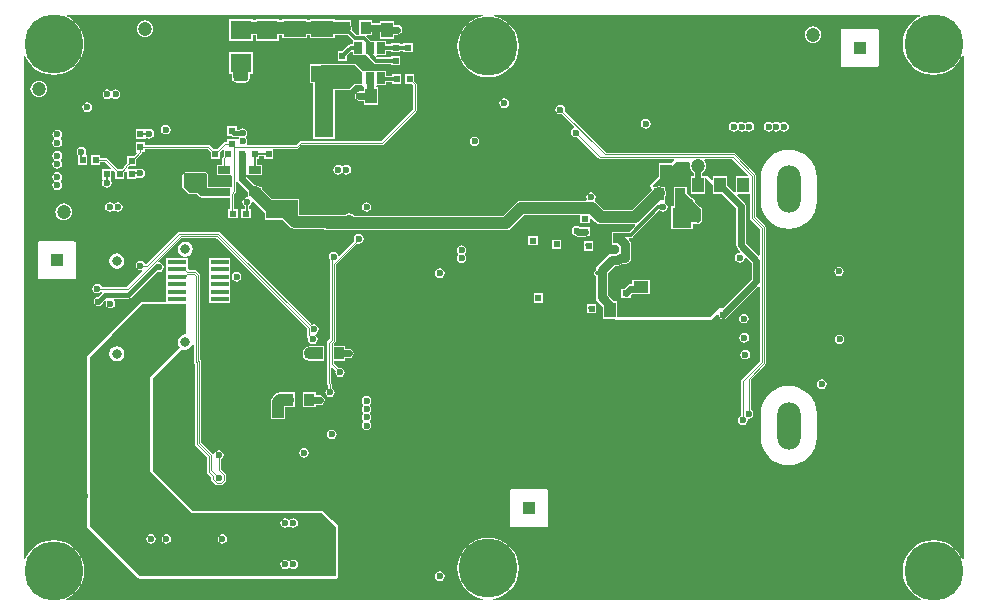
<source format=gbl>
G04 Layer_Physical_Order=6*
G04 Layer_Color=16711680*
%FSLAX44Y44*%
%MOMM*%
G71*
G01*
G75*
%ADD13R,0.9000X1.0000*%
%ADD15R,0.6000X0.6000*%
%ADD16R,0.6000X0.6000*%
%ADD17R,1.6000X0.4000*%
%ADD18R,1.6000X0.4000*%
%ADD34R,1.0000X0.9000*%
%ADD35R,1.0000X1.3000*%
%ADD39R,1.6000X4.5000*%
%ADD40R,1.3000X1.0000*%
%ADD42R,1.8000X1.6000*%
%ADD51R,2.7000X1.6000*%
%ADD53R,1.6000X1.8000*%
%ADD54C,0.1000*%
%ADD55C,0.3000*%
%ADD57C,0.1200*%
%ADD58C,0.2000*%
%ADD59C,0.3500*%
%ADD60C,0.6000*%
%ADD61C,0.1500*%
%ADD62C,1.0000*%
%ADD63C,0.4000*%
%ADD67C,0.5000*%
%ADD68C,0.8000*%
%ADD70R,1.0000X1.0000*%
%ADD73C,0.8000*%
%ADD74C,5.0000*%
%ADD75R,3.7000X5.0000*%
%ADD76C,0.7000*%
%ADD77C,1.2000*%
%ADD78O,2.0000X4.0000*%
%ADD79C,0.6000*%
%ADD80C,0.3500*%
%ADD87R,1.9000X1.4000*%
%ADD88R,0.7000X1.0000*%
%ADD89R,1.0000X0.7000*%
%ADD90R,1.0000X0.7000*%
%ADD91C,0.7000*%
G36*
X761667Y496691D02*
X757985Y494723D01*
X754026Y491474D01*
X750777Y487515D01*
X748363Y482998D01*
X746876Y478097D01*
X746374Y473000D01*
X746876Y467903D01*
X748363Y463002D01*
X750777Y458485D01*
X754026Y454526D01*
X757985Y451277D01*
X762502Y448863D01*
X767403Y447376D01*
X772500Y446874D01*
X777597Y447376D01*
X782498Y448863D01*
X787015Y451277D01*
X790974Y454526D01*
X794223Y458485D01*
X796637Y463002D01*
X796705Y463224D01*
X797961Y463038D01*
Y36962D01*
X796705Y36776D01*
X796637Y36998D01*
X794223Y41515D01*
X790974Y45474D01*
X787015Y48723D01*
X782498Y51137D01*
X777597Y52624D01*
X772500Y53126D01*
X767403Y52624D01*
X762502Y51137D01*
X757985Y48723D01*
X754026Y45474D01*
X750777Y41515D01*
X748363Y36998D01*
X746876Y32097D01*
X746374Y27000D01*
X746876Y21903D01*
X748363Y17002D01*
X750777Y12485D01*
X754026Y8526D01*
X757985Y5277D01*
X761667Y3309D01*
X761349Y2039D01*
X399979D01*
X399917Y3309D01*
X400597Y3376D01*
X405498Y4863D01*
X410015Y7277D01*
X413974Y10526D01*
X417223Y14485D01*
X419637Y19002D01*
X421124Y23903D01*
X421626Y29000D01*
X421124Y34097D01*
X419637Y38998D01*
X417223Y43515D01*
X413974Y47474D01*
X410015Y50723D01*
X405498Y53137D01*
X400597Y54624D01*
X395500Y55126D01*
X390403Y54624D01*
X385502Y53137D01*
X380985Y50723D01*
X377026Y47474D01*
X373777Y43515D01*
X371363Y38998D01*
X369876Y34097D01*
X369374Y29000D01*
X369876Y23903D01*
X371363Y19002D01*
X373777Y14485D01*
X377026Y10526D01*
X380985Y7277D01*
X385502Y4863D01*
X390403Y3376D01*
X391083Y3309D01*
X391021Y2039D01*
X38651D01*
X38333Y3309D01*
X42015Y5277D01*
X45974Y8526D01*
X49223Y12485D01*
X51637Y17002D01*
X53124Y21903D01*
X53626Y27000D01*
X53124Y32097D01*
X51637Y36998D01*
X49223Y41515D01*
X45974Y45474D01*
X42015Y48723D01*
X37498Y51137D01*
X32597Y52624D01*
X27500Y53126D01*
X22403Y52624D01*
X17502Y51137D01*
X12985Y48723D01*
X9026Y45474D01*
X5777Y41515D01*
X3363Y36998D01*
X3295Y36776D01*
X2039Y36962D01*
Y463038D01*
X3295Y463224D01*
X3363Y463002D01*
X5777Y458485D01*
X9026Y454526D01*
X12985Y451277D01*
X17502Y448863D01*
X22403Y447376D01*
X27500Y446874D01*
X32597Y447376D01*
X37498Y448863D01*
X42015Y451277D01*
X45974Y454526D01*
X49223Y458485D01*
X51637Y463002D01*
X53124Y467903D01*
X53626Y473000D01*
X53124Y478097D01*
X51637Y482998D01*
X49223Y487515D01*
X45974Y491474D01*
X42015Y494723D01*
X38333Y496691D01*
X38651Y497961D01*
X391021D01*
X391083Y496691D01*
X390403Y496624D01*
X385502Y495137D01*
X380985Y492723D01*
X377026Y489474D01*
X373777Y485515D01*
X371363Y480998D01*
X369876Y476097D01*
X369374Y471000D01*
X369876Y465903D01*
X371363Y461002D01*
X373777Y456485D01*
X377026Y452526D01*
X380985Y449277D01*
X385502Y446863D01*
X390403Y445376D01*
X395500Y444874D01*
X400597Y445376D01*
X405498Y446863D01*
X410015Y449277D01*
X413974Y452526D01*
X417223Y456485D01*
X419637Y461002D01*
X421124Y465903D01*
X421626Y471000D01*
X421124Y476097D01*
X419637Y480998D01*
X417223Y485515D01*
X413974Y489474D01*
X410015Y492723D01*
X405498Y495137D01*
X400597Y496624D01*
X399917Y496691D01*
X399979Y497961D01*
X761349D01*
X761667Y496691D01*
D02*
G37*
%LPC*%
G36*
X354500Y283078D02*
X352939Y282768D01*
X351616Y281884D01*
X350732Y280561D01*
X350422Y279000D01*
X350732Y277439D01*
X351616Y276116D01*
X352939Y275232D01*
X354500Y274922D01*
X356061Y275232D01*
X357384Y276116D01*
X358268Y277439D01*
X358578Y279000D01*
X358268Y280561D01*
X357384Y281884D01*
X356061Y282768D01*
X354500Y283078D01*
D02*
G37*
G36*
X45000Y306082D02*
X15000D01*
X14235Y305765D01*
X13918Y305000D01*
Y275000D01*
X14235Y274235D01*
X15000Y273918D01*
X45000D01*
X45765Y274235D01*
X46082Y275000D01*
Y305000D01*
X45765Y305765D01*
X45000Y306082D01*
D02*
G37*
G36*
X81000Y295673D02*
X78542Y295184D01*
X76458Y293792D01*
X75066Y291708D01*
X74577Y289250D01*
X75066Y286792D01*
X76458Y284708D01*
X78542Y283316D01*
X81000Y282827D01*
X83458Y283316D01*
X85542Y284708D01*
X86934Y286792D01*
X87423Y289250D01*
X86934Y291708D01*
X85542Y293792D01*
X83458Y295184D01*
X81000Y295673D01*
D02*
G37*
G36*
X692500Y284578D02*
X690939Y284268D01*
X689616Y283384D01*
X688732Y282061D01*
X688422Y280500D01*
X688732Y278939D01*
X689616Y277616D01*
X690939Y276732D01*
X692500Y276422D01*
X694061Y276732D01*
X695384Y277616D01*
X696268Y278939D01*
X696578Y280500D01*
X696268Y282061D01*
X695384Y283384D01*
X694061Y284268D01*
X692500Y284578D01*
D02*
G37*
G36*
X141000Y291575D02*
X123000D01*
Y286495D01*
X123000Y285575D01*
X123000Y284305D01*
Y280145D01*
X123000Y279225D01*
X123000D01*
Y278875D01*
X123000D01*
Y273795D01*
X123000Y272875D01*
X123000Y271605D01*
X123000Y266525D01*
X123000Y265255D01*
X123000Y260175D01*
X123000Y258905D01*
Y254539D01*
X102500Y254539D01*
X102500Y254539D01*
X101720Y254384D01*
X101058Y253942D01*
X101058Y253942D01*
X75558Y228442D01*
X75558Y228442D01*
X56558Y209442D01*
X56116Y208780D01*
X55961Y208000D01*
Y92462D01*
X56000Y92265D01*
Y92064D01*
X56077Y91878D01*
X56116Y91681D01*
X56228Y91514D01*
X56304Y91329D01*
X56347Y91265D01*
X56499Y90500D01*
X56347Y89735D01*
X56304Y89671D01*
X56228Y89486D01*
X56116Y89319D01*
X56077Y89122D01*
X56000Y88936D01*
Y88735D01*
X55961Y88538D01*
Y65000D01*
X55961Y65000D01*
X56116Y64219D01*
X56558Y63558D01*
X99058Y21058D01*
X99058Y21058D01*
X99719Y20616D01*
X100500Y20461D01*
X266500Y20461D01*
X267280Y20616D01*
X267942Y21058D01*
X268384Y21720D01*
X268539Y22500D01*
Y39000D01*
Y64000D01*
X268384Y64780D01*
X267942Y65442D01*
X263442Y69942D01*
X263442Y69942D01*
X255942Y77442D01*
X255280Y77884D01*
X254500Y78039D01*
X213500D01*
X145345Y78039D01*
X111539Y111845D01*
X111539Y190405D01*
X135054Y213920D01*
X135054Y213920D01*
X135900Y214766D01*
X136542Y214816D01*
X139000Y214327D01*
X141458Y214816D01*
X143542Y216208D01*
X144799Y218089D01*
X145703Y218011D01*
X146069Y217877D01*
Y204300D01*
X146069Y204300D01*
X146193Y203676D01*
X146546Y203146D01*
X147169Y202524D01*
Y134083D01*
X147169Y134083D01*
X147293Y133458D01*
X147647Y132929D01*
X157169Y123407D01*
Y111089D01*
X157169Y111089D01*
X157293Y110464D01*
X157647Y109935D01*
X160968Y106613D01*
Y104395D01*
X160968Y104394D01*
X161092Y103770D01*
X161446Y103241D01*
X164441Y100246D01*
X164441Y100246D01*
X164970Y99893D01*
X165594Y99768D01*
X169405D01*
X169405Y99768D01*
X170029Y99893D01*
X170559Y100246D01*
X173253Y102941D01*
X173607Y103470D01*
X173731Y104094D01*
Y107905D01*
X173731Y107905D01*
X173607Y108529D01*
X173253Y109059D01*
X169131Y113181D01*
Y121279D01*
X170383Y122116D01*
X171268Y123439D01*
X171578Y125000D01*
X171268Y126560D01*
X170383Y127884D01*
X169060Y128768D01*
X167500Y129078D01*
X165939Y128768D01*
X164616Y127884D01*
X163732Y126560D01*
X163630Y126050D01*
X163501Y126000D01*
X162661Y125875D01*
X162309Y125916D01*
X162153Y126148D01*
X162153Y126148D01*
X152631Y135670D01*
Y204111D01*
X152507Y204736D01*
X152154Y205265D01*
X152154Y205265D01*
X151531Y205887D01*
Y232469D01*
X151500Y232500D01*
X151500Y250500D01*
X151531Y250531D01*
Y277211D01*
X151531Y277211D01*
X151407Y277836D01*
X151053Y278365D01*
X151053Y278365D01*
X148115Y281304D01*
X147586Y281657D01*
X146961Y281781D01*
X146961Y281781D01*
X142259D01*
X141000Y283041D01*
X141000Y285225D01*
X141000Y286495D01*
Y291575D01*
D02*
G37*
G36*
X442000Y262000D02*
X434000D01*
Y254000D01*
X438445D01*
X438500Y253989D01*
X438556Y254000D01*
X442000D01*
Y262000D01*
D02*
G37*
G36*
X177000Y291575D02*
X159000D01*
Y286495D01*
X159000Y285575D01*
X159000Y284305D01*
X159000Y279225D01*
X159000Y277955D01*
X159000Y272875D01*
X159000Y271605D01*
X159000Y266525D01*
X159000Y265255D01*
X159000Y260175D01*
X159000Y258905D01*
Y253825D01*
X177000D01*
Y258905D01*
X177000Y259825D01*
X177000Y261095D01*
X177000Y266175D01*
X177000Y267445D01*
X177000Y272525D01*
X177000Y273795D01*
X177000Y278875D01*
X177000Y280145D01*
X177000Y285225D01*
X177000Y286495D01*
Y291575D01*
D02*
G37*
G36*
X182500Y280078D02*
X180939Y279768D01*
X179616Y278884D01*
X178732Y277561D01*
X178422Y276000D01*
X178732Y274439D01*
X179616Y273116D01*
X180939Y272232D01*
X182500Y271922D01*
X184061Y272232D01*
X185384Y273116D01*
X186268Y274439D01*
X186578Y276000D01*
X186268Y277561D01*
X185384Y278884D01*
X184061Y279768D01*
X182500Y280078D01*
D02*
G37*
G36*
X286000Y312214D02*
X284439Y311904D01*
X283116Y311020D01*
X282232Y309697D01*
X281922Y308136D01*
X282217Y306649D01*
X269529Y293961D01*
X268314Y294330D01*
X268268Y294561D01*
X267384Y295884D01*
X266061Y296768D01*
X264500Y297078D01*
X262939Y296768D01*
X261616Y295884D01*
X260732Y294561D01*
X260422Y293000D01*
X260732Y291439D01*
X261310Y290575D01*
Y223391D01*
X259352Y221433D01*
X258876Y220285D01*
Y186000D01*
X259352Y184852D01*
X259876Y184328D01*
Y181726D01*
X258616Y180884D01*
X257732Y179560D01*
X257421Y178000D01*
X257732Y176439D01*
X258616Y175116D01*
X259939Y174232D01*
X261500Y173921D01*
X263060Y174232D01*
X264383Y175116D01*
X265267Y176439D01*
X265578Y178000D01*
X265267Y179560D01*
X264383Y180884D01*
X263123Y181726D01*
Y185000D01*
X262647Y186149D01*
X262124Y186673D01*
Y198921D01*
X263297Y199407D01*
X266217Y196487D01*
X265922Y195000D01*
X266232Y193439D01*
X267116Y192116D01*
X268439Y191232D01*
X270000Y190922D01*
X271561Y191232D01*
X272884Y192116D01*
X273768Y193439D01*
X274078Y195000D01*
X273768Y196561D01*
X272884Y197884D01*
X271561Y198768D01*
X270000Y199078D01*
X268513Y198783D01*
X264624Y202673D01*
Y205000D01*
X274500D01*
Y206922D01*
X277495D01*
X277500Y206921D01*
X279061Y207231D01*
X280384Y208115D01*
X281268Y209438D01*
X281578Y210999D01*
X281268Y212560D01*
X280384Y213883D01*
X280384Y213883D01*
X280383Y213884D01*
X279060Y214768D01*
X277499Y215078D01*
X277499Y215078D01*
X274500D01*
Y217000D01*
X264624D01*
Y219284D01*
X266081Y220742D01*
X266557Y221890D01*
Y286397D01*
X284513Y304353D01*
X286000Y304058D01*
X287561Y304368D01*
X288884Y305252D01*
X289768Y306575D01*
X290078Y308136D01*
X289768Y309697D01*
X288884Y311020D01*
X287561Y311904D01*
X286000Y312214D01*
D02*
G37*
G36*
X437500Y310500D02*
X429500D01*
Y302500D01*
X437500D01*
Y310500D01*
D02*
G37*
G36*
X650000Y383614D02*
X645393Y383160D01*
X640963Y381816D01*
X636881Y379634D01*
X633303Y376697D01*
X630366Y373119D01*
X628184Y369037D01*
X626840Y364607D01*
X626386Y360000D01*
Y340000D01*
X626840Y335393D01*
X628184Y330963D01*
X630366Y326881D01*
X633303Y323303D01*
X636881Y320366D01*
X640963Y318184D01*
X645393Y316840D01*
X650000Y316386D01*
X654607Y316840D01*
X659037Y318184D01*
X663119Y320366D01*
X666697Y323303D01*
X669634Y326881D01*
X671816Y330963D01*
X673160Y335393D01*
X673614Y340000D01*
Y360000D01*
X673160Y364607D01*
X671816Y369037D01*
X669634Y373119D01*
X666697Y376697D01*
X663119Y379634D01*
X659037Y381816D01*
X654607Y383160D01*
X650000Y383614D01*
D02*
G37*
G36*
X470500Y319078D02*
X468939Y318768D01*
X467616Y317884D01*
X466732Y316561D01*
X466422Y315000D01*
X466732Y313439D01*
X467616Y312116D01*
X468481Y311251D01*
X468481Y311251D01*
X469804Y310367D01*
X471365Y310056D01*
X471365Y310056D01*
X477500D01*
X477894Y310135D01*
X481500D01*
Y313741D01*
X481578Y314135D01*
X481500Y314529D01*
Y318135D01*
X477894D01*
X477500Y318213D01*
X472891D01*
X472061Y318768D01*
X471802Y318819D01*
X470500Y319078D01*
D02*
G37*
G36*
X139000Y305673D02*
X136542Y305184D01*
X134458Y303792D01*
X133066Y301708D01*
X132577Y299250D01*
X133066Y296792D01*
X134458Y294708D01*
X136542Y293316D01*
X139000Y292827D01*
X141458Y293316D01*
X143542Y294708D01*
X144935Y296792D01*
X145423Y299250D01*
X144935Y301708D01*
X143542Y303792D01*
X141458Y305184D01*
X139000Y305673D01*
D02*
G37*
G36*
X373000Y302578D02*
X371439Y302268D01*
X370116Y301384D01*
X369232Y300061D01*
X368922Y298500D01*
X369232Y296939D01*
X370116Y295616D01*
Y294384D01*
X369232Y293061D01*
X368922Y291500D01*
X369232Y289939D01*
X370116Y288616D01*
X371439Y287732D01*
X373000Y287422D01*
X374561Y287732D01*
X375884Y288616D01*
X376768Y289939D01*
X377078Y291500D01*
X376768Y293061D01*
X375884Y294384D01*
Y295616D01*
X376768Y296939D01*
X377078Y298500D01*
X376768Y300061D01*
X375884Y301384D01*
X374561Y302268D01*
X373000Y302578D01*
D02*
G37*
G36*
X457500Y307500D02*
X449500D01*
Y299500D01*
X457500D01*
Y307500D01*
D02*
G37*
G36*
X484500Y306000D02*
X476500D01*
Y298000D01*
X484500D01*
Y306000D01*
D02*
G37*
G36*
X292500Y175078D02*
X290939Y174768D01*
X289616Y173884D01*
X288732Y172561D01*
X288422Y171000D01*
X288732Y169439D01*
X289616Y168116D01*
Y166884D01*
X288732Y165561D01*
X288422Y164000D01*
X288732Y162439D01*
X289616Y161116D01*
Y159884D01*
X288732Y158561D01*
X288422Y157000D01*
X288732Y155439D01*
X289480Y154320D01*
X289606Y153500D01*
X289480Y152680D01*
X288732Y151561D01*
X288422Y150000D01*
X288732Y148439D01*
X289616Y147116D01*
X290939Y146232D01*
X292500Y145922D01*
X294061Y146232D01*
X295384Y147116D01*
X296268Y148439D01*
X296578Y150000D01*
X296268Y151561D01*
X295520Y152680D01*
X295394Y153500D01*
X295520Y154320D01*
X296268Y155439D01*
X296578Y157000D01*
X296268Y158561D01*
X295384Y159884D01*
Y161116D01*
X296268Y162439D01*
X296578Y164000D01*
X296268Y165561D01*
X295384Y166884D01*
Y168116D01*
X296268Y169439D01*
X296578Y171000D01*
X296268Y172561D01*
X295384Y173884D01*
X294061Y174768D01*
X292500Y175078D01*
D02*
G37*
G36*
X263000Y146578D02*
X261439Y146268D01*
X260116Y145384D01*
X259232Y144061D01*
X258922Y142500D01*
X259232Y140939D01*
X260116Y139616D01*
X261439Y138732D01*
X263000Y138422D01*
X264561Y138732D01*
X265884Y139616D01*
X266768Y140939D01*
X267078Y142500D01*
X266768Y144061D01*
X265884Y145384D01*
X264561Y146268D01*
X263000Y146578D01*
D02*
G37*
G36*
X249500Y178000D02*
X238500D01*
Y166000D01*
X249500D01*
Y167422D01*
X253000D01*
X254561Y167732D01*
X255884Y168616D01*
X256768Y169939D01*
X257078Y171500D01*
X256768Y173061D01*
X255884Y174384D01*
X254561Y175268D01*
X253000Y175578D01*
X249500D01*
Y178000D01*
D02*
G37*
G36*
X226000Y178118D02*
X219000D01*
X216659Y177652D01*
X214674Y176326D01*
X213470Y174523D01*
X213174Y174326D01*
X211848Y172341D01*
X211383Y170000D01*
Y161500D01*
X211383Y161500D01*
X211500Y160909D01*
Y155500D01*
X216909D01*
X217500Y155382D01*
X218091Y155500D01*
X223500D01*
Y160909D01*
X223618Y161500D01*
Y165882D01*
X226000D01*
X226591Y166000D01*
X231500D01*
Y169432D01*
X231652Y169659D01*
X232118Y172000D01*
X231652Y174341D01*
X231500Y174568D01*
Y178000D01*
X226591D01*
X226000Y178118D01*
D02*
G37*
G36*
X445000Y96082D02*
X415000D01*
X414235Y95765D01*
X413918Y95000D01*
Y65000D01*
X414235Y64235D01*
X415000Y63918D01*
X445000D01*
X445765Y64235D01*
X446082Y65000D01*
Y95000D01*
X445765Y95765D01*
X445000Y96082D01*
D02*
G37*
G36*
X354500Y26578D02*
X352939Y26268D01*
X351616Y25384D01*
X350732Y24061D01*
X350422Y22500D01*
X350732Y20939D01*
X351616Y19616D01*
X352939Y18732D01*
X354500Y18422D01*
X356061Y18732D01*
X357384Y19616D01*
X358268Y20939D01*
X358578Y22500D01*
X358268Y24061D01*
X357384Y25384D01*
X356061Y26268D01*
X354500Y26578D01*
D02*
G37*
G36*
X239500Y131078D02*
X237939Y130768D01*
X236616Y129884D01*
X235732Y128561D01*
X235422Y127000D01*
X235732Y125439D01*
X236616Y124116D01*
X237939Y123232D01*
X239500Y122922D01*
X241061Y123232D01*
X242384Y124116D01*
X243268Y125439D01*
X243578Y127000D01*
X243268Y128561D01*
X242384Y129884D01*
X241061Y130768D01*
X239500Y131078D01*
D02*
G37*
G36*
X650000Y183614D02*
X645393Y183160D01*
X640963Y181816D01*
X636881Y179634D01*
X633303Y176697D01*
X630366Y173119D01*
X628184Y169037D01*
X626840Y164607D01*
X626386Y160000D01*
Y140000D01*
X626840Y135393D01*
X628184Y130963D01*
X630366Y126881D01*
X633303Y123303D01*
X636881Y120366D01*
X640963Y118184D01*
X645393Y116840D01*
X650000Y116386D01*
X654607Y116840D01*
X659037Y118184D01*
X663119Y120366D01*
X666697Y123303D01*
X669634Y126881D01*
X671816Y130963D01*
X673160Y135393D01*
X673614Y140000D01*
Y160000D01*
X673160Y164607D01*
X671816Y169037D01*
X669634Y173119D01*
X666697Y176697D01*
X663119Y179634D01*
X659037Y181816D01*
X654607Y183160D01*
X650000Y183614D01*
D02*
G37*
G36*
X612192Y228389D02*
X610631Y228079D01*
X609308Y227195D01*
X608424Y225872D01*
X608113Y224311D01*
X608424Y222750D01*
X609308Y221427D01*
X610631Y220543D01*
X612192Y220233D01*
X613752Y220543D01*
X615076Y221427D01*
X615960Y222750D01*
X616270Y224311D01*
X615960Y225872D01*
X615076Y227195D01*
X613752Y228079D01*
X612192Y228389D01*
D02*
G37*
G36*
X167000Y314124D02*
X134000D01*
X132852Y313648D01*
X106327Y287124D01*
X104726D01*
X103884Y288384D01*
X102561Y289268D01*
X101000Y289578D01*
X99439Y289268D01*
X98116Y288384D01*
X97232Y287061D01*
X96922Y285500D01*
X97232Y283939D01*
X98116Y282616D01*
X99439Y281732D01*
X101000Y281422D01*
X102035Y281628D01*
X102661Y280457D01*
X89703Y267499D01*
X68101D01*
X67259Y268759D01*
X65936Y269643D01*
X64375Y269953D01*
X62814Y269643D01*
X61491Y268759D01*
X60607Y267436D01*
X60297Y265875D01*
X60607Y264314D01*
X61491Y262991D01*
X62814Y262107D01*
X64375Y261797D01*
X65936Y262107D01*
X67259Y262991D01*
X67757Y263737D01*
X68109Y263685D01*
X68246Y263492D01*
X68515Y262341D01*
X65191Y259017D01*
X63939Y258768D01*
X62616Y257884D01*
X61732Y256561D01*
X61422Y255000D01*
X61732Y253439D01*
X62616Y252116D01*
X63939Y251232D01*
X65500Y250922D01*
X67061Y251232D01*
X68384Y252116D01*
X69268Y253439D01*
X69517Y254691D01*
X71484Y256659D01*
X71639Y256620D01*
X72198Y255171D01*
X71907Y254736D01*
X71597Y253175D01*
X71907Y251614D01*
X72791Y250291D01*
X74114Y249407D01*
X75675Y249097D01*
X77236Y249407D01*
X78559Y250291D01*
X79443Y251614D01*
X79753Y253175D01*
X79443Y254736D01*
X78559Y256059D01*
X78391Y256171D01*
X78776Y257441D01*
X90500D01*
X90500Y257441D01*
X91671Y257674D01*
X92663Y258337D01*
X114711Y280385D01*
X114939Y280232D01*
X116500Y279922D01*
X118061Y280232D01*
X119384Y281116D01*
X120268Y282439D01*
X120578Y284000D01*
X120268Y285561D01*
X119384Y286884D01*
X118061Y287768D01*
X116642Y288050D01*
X116340Y288548D01*
X116087Y289291D01*
X135673Y308876D01*
X165327D01*
X241876Y232327D01*
Y226500D01*
X242352Y225352D01*
X243217Y224487D01*
X242922Y223000D01*
X243232Y221439D01*
X244116Y220116D01*
X245439Y219232D01*
X247000Y218922D01*
X248561Y219232D01*
X249884Y220116D01*
X250768Y221439D01*
X251078Y223000D01*
X250768Y224561D01*
X249884Y225884D01*
X249172Y226360D01*
X249440Y227708D01*
X249561Y227732D01*
X250884Y228616D01*
X251768Y229939D01*
X252078Y231500D01*
X251768Y233061D01*
X250884Y234384D01*
X249561Y235268D01*
X248000Y235578D01*
X246514Y235283D01*
X168148Y313648D01*
X167000Y314124D01*
D02*
G37*
G36*
X487000Y253000D02*
X479000D01*
Y245000D01*
X487000D01*
Y253000D01*
D02*
G37*
G36*
X612000Y244578D02*
X610439Y244268D01*
X609116Y243384D01*
X608232Y242061D01*
X607922Y240500D01*
X608232Y238939D01*
X609116Y237616D01*
X610439Y236732D01*
X612000Y236422D01*
X613561Y236732D01*
X614884Y237616D01*
X615768Y238939D01*
X616078Y240500D01*
X615768Y242061D01*
X614884Y243384D01*
X613561Y244268D01*
X612000Y244578D01*
D02*
G37*
G36*
X249500Y217118D02*
X244500D01*
X242159Y216652D01*
X240174Y215326D01*
X238848Y213341D01*
X238382Y211000D01*
X238551Y210152D01*
X238422Y209500D01*
X238732Y207939D01*
X239616Y206616D01*
X240939Y205732D01*
X241858Y205549D01*
X242159Y205348D01*
X244500Y204883D01*
X249500D01*
X250091Y205000D01*
X256500D01*
Y217000D01*
X250091D01*
X249500Y217118D01*
D02*
G37*
G36*
X678000Y189078D02*
X676439Y188768D01*
X675116Y187884D01*
X674232Y186561D01*
X673922Y185000D01*
X674232Y183439D01*
X675116Y182116D01*
X676439Y181232D01*
X678000Y180922D01*
X679561Y181232D01*
X680884Y182116D01*
X681768Y183439D01*
X682078Y185000D01*
X681768Y186561D01*
X680884Y187884D01*
X679561Y188768D01*
X678000Y189078D01*
D02*
G37*
G36*
X692999Y227078D02*
X691438Y226768D01*
X690115Y225884D01*
X689231Y224560D01*
X688920Y223000D01*
X689231Y221439D01*
X690115Y220116D01*
X691438Y219232D01*
X692999Y218921D01*
X694559Y219232D01*
X695882Y220116D01*
X696767Y221439D01*
X697077Y223000D01*
X696767Y224560D01*
X695882Y225884D01*
X694559Y226768D01*
X692999Y227078D01*
D02*
G37*
G36*
X613000Y214078D02*
X611439Y213768D01*
X610116Y212884D01*
X609232Y211561D01*
X608922Y210000D01*
X609232Y208439D01*
X610116Y207116D01*
X611439Y206232D01*
X613000Y205922D01*
X614561Y206232D01*
X615884Y207116D01*
X616768Y208439D01*
X617078Y210000D01*
X616768Y211561D01*
X615884Y212884D01*
X614561Y213768D01*
X613000Y214078D01*
D02*
G37*
G36*
X333000Y447500D02*
X325000D01*
Y439500D01*
X330704D01*
X331876Y438327D01*
Y417673D01*
X304910Y390706D01*
X236569D01*
X235421Y390231D01*
X232814Y387624D01*
X191736D01*
X191137Y388744D01*
X191268Y388939D01*
X191578Y390500D01*
X191268Y392061D01*
X190384Y393384D01*
Y394616D01*
X191268Y395939D01*
X191578Y397500D01*
X191268Y399061D01*
X190384Y400384D01*
X189061Y401268D01*
X187500Y401578D01*
X185939Y401268D01*
X184878Y400559D01*
X182500D01*
Y403500D01*
X174500D01*
Y395500D01*
X178174D01*
X178337Y395337D01*
X179329Y394674D01*
X180500Y394441D01*
X183913D01*
X184234Y393958D01*
X184474Y393171D01*
X183770Y392118D01*
X183675Y392100D01*
X182500Y392500D01*
Y392500D01*
X174500D01*
Y390124D01*
X173000D01*
X171852Y389648D01*
X166204Y384000D01*
X162796D01*
X159648Y387148D01*
X158500Y387624D01*
X105000D01*
Y390000D01*
X97000D01*
Y382000D01*
X97544D01*
X98031Y380827D01*
X95204Y378000D01*
X89500D01*
Y372296D01*
X87852Y370648D01*
X87376Y369500D01*
Y369173D01*
X85204Y367000D01*
X81796D01*
X72648Y376148D01*
X71500Y376624D01*
X67000D01*
Y379000D01*
X59000D01*
Y371000D01*
X67000D01*
Y373376D01*
X70827D01*
X75934Y368270D01*
X75408Y367000D01*
X68500D01*
Y359000D01*
X68500D01*
X69179Y357730D01*
X68732Y357061D01*
X68422Y355500D01*
X68732Y353939D01*
X69616Y352616D01*
X70939Y351732D01*
X72500Y351422D01*
X74061Y351732D01*
X75384Y352616D01*
X76268Y353939D01*
X76578Y355500D01*
X76268Y357061D01*
X75821Y357730D01*
X76500Y359000D01*
X76500D01*
Y365908D01*
X77770Y366434D01*
X79500Y364704D01*
Y359000D01*
X87500D01*
Y364698D01*
X88391Y365432D01*
X89500Y364958D01*
Y359000D01*
X97500D01*
Y359500D01*
X98770Y360178D01*
X99439Y359731D01*
X101000Y359421D01*
X102561Y359731D01*
X103884Y360615D01*
X104768Y361939D01*
X105078Y363499D01*
X104768Y365060D01*
X103884Y366383D01*
X102561Y367267D01*
X101000Y367578D01*
X99439Y367267D01*
X98770Y366820D01*
X97500Y367000D01*
Y367000D01*
X97500Y367000D01*
X91377D01*
X90528Y368270D01*
X90624Y368500D01*
Y368828D01*
X91796Y370000D01*
X97500D01*
Y375704D01*
X102148Y380352D01*
X102624Y381500D01*
Y382000D01*
X105000D01*
Y384376D01*
X157828D01*
X160500Y381704D01*
Y376000D01*
X168500D01*
Y381704D01*
X170230Y383434D01*
X171500Y382908D01*
Y378296D01*
X170852Y377648D01*
X170376Y376500D01*
Y371000D01*
X166000D01*
Y362000D01*
X178000D01*
X178876Y361093D01*
Y352907D01*
X178000Y352000D01*
X172443D01*
X172000Y352088D01*
X158582D01*
Y361000D01*
X158575Y361019D01*
X158268Y362561D01*
X157384Y363884D01*
X156061Y364768D01*
X154519Y365075D01*
X154500Y365082D01*
X140500D01*
X140481Y365075D01*
X138939Y364768D01*
X137616Y363884D01*
X136732Y362561D01*
X136425Y361019D01*
X136418Y361000D01*
Y352000D01*
X136418Y352000D01*
X136735Y351235D01*
X141500Y346469D01*
Y346000D01*
X142301D01*
X142500Y345918D01*
X148594D01*
X150256Y344256D01*
X151744Y343261D01*
X153500Y342912D01*
X172000D01*
X172443Y343000D01*
X176876D01*
Y333500D01*
X175500D01*
Y325500D01*
X183500D01*
Y333500D01*
X180124D01*
Y345691D01*
X181648Y347216D01*
X182124Y348364D01*
Y356188D01*
X183394Y356573D01*
X183866Y355866D01*
X191940Y347792D01*
X191882Y347500D01*
X192000Y346909D01*
Y343944D01*
X191250Y343328D01*
X189689Y343018D01*
X188366Y342134D01*
X187482Y340811D01*
X187172Y339250D01*
X187482Y337689D01*
X188366Y336366D01*
X189466Y335631D01*
Y333500D01*
X186500D01*
Y325500D01*
X194500D01*
Y333500D01*
X193034D01*
Y335631D01*
X194134Y336366D01*
X195018Y337689D01*
X195328Y339250D01*
X195211Y339842D01*
X196381Y340467D01*
X206500Y330349D01*
Y324000D01*
X221348D01*
X227174Y318174D01*
X229159Y316848D01*
X231500Y316383D01*
X256859D01*
X257659Y315848D01*
X260000Y315382D01*
X410731D01*
X413072Y315848D01*
X415056Y317174D01*
X425899Y328017D01*
X473500D01*
Y321135D01*
X481500D01*
Y325309D01*
X482673Y325795D01*
X486294Y322174D01*
X488279Y320848D01*
X490620Y320382D01*
X519482D01*
X520013Y319118D01*
X514944Y314049D01*
X509500D01*
X509254Y314000D01*
X500500D01*
Y303000D01*
X504790D01*
X506402Y301388D01*
Y296993D01*
X504978Y296710D01*
X503324Y295605D01*
X503182Y295462D01*
X502500Y295598D01*
X500500D01*
X498549Y295210D01*
X496895Y294105D01*
X487895Y285105D01*
X486790Y283451D01*
X486402Y281500D01*
Y281240D01*
X486017Y280983D01*
X485410Y280073D01*
X485196Y279000D01*
X485410Y277927D01*
X486017Y277017D01*
X486402Y276760D01*
Y258500D01*
X486790Y256549D01*
X487895Y254895D01*
X492500Y250290D01*
Y240500D01*
X502763D01*
X503058Y240058D01*
X503720Y239616D01*
X504500Y239461D01*
X583501Y239461D01*
X584281Y239617D01*
X584942Y240058D01*
X584943Y240059D01*
X589187Y244303D01*
X589804Y244152D01*
X590465Y243785D01*
X590732Y242439D01*
X591616Y241116D01*
X592939Y240232D01*
X594500Y239922D01*
X596061Y240232D01*
X597384Y241116D01*
X624225Y267957D01*
X625398Y267471D01*
Y204195D01*
X609851Y188647D01*
X609375Y187499D01*
Y158226D01*
X608115Y157383D01*
X607231Y156060D01*
X606920Y154500D01*
X607231Y152939D01*
X608115Y151616D01*
X609438Y150732D01*
X610999Y150421D01*
X612560Y150732D01*
X613883Y151616D01*
X614767Y152939D01*
X615077Y154500D01*
X615013Y154823D01*
X616000Y155922D01*
X617561Y156232D01*
X618884Y157116D01*
X619768Y158439D01*
X620078Y160000D01*
X619768Y161561D01*
X618884Y162884D01*
X617624Y163726D01*
Y188999D01*
X630170Y201546D01*
X630646Y202694D01*
Y317978D01*
X630170Y319126D01*
X622247Y327049D01*
Y362205D01*
X621772Y363353D01*
X604477Y380648D01*
X603328Y381124D01*
X495036D01*
X460249Y415911D01*
X460268Y415939D01*
X460578Y417500D01*
X460268Y419061D01*
X459384Y420384D01*
X458061Y421268D01*
X456500Y421578D01*
X454939Y421268D01*
X453616Y420384D01*
X452732Y419061D01*
X452422Y417500D01*
X452732Y415939D01*
X453616Y414616D01*
X454939Y413732D01*
X456500Y413422D01*
X457873Y413695D01*
X468539Y403029D01*
X468170Y401814D01*
X467939Y401768D01*
X466616Y400884D01*
X465732Y399561D01*
X465422Y398000D01*
X465732Y396439D01*
X466616Y395116D01*
X467939Y394232D01*
X469500Y393922D01*
X470987Y394217D01*
X488852Y376352D01*
X490000Y375876D01*
X552748D01*
X553223Y374606D01*
X550616Y372000D01*
X540000D01*
Y361384D01*
X533328Y354712D01*
X532886Y354050D01*
X532731Y353270D01*
X532886Y352490D01*
X533412Y351220D01*
X533854Y350558D01*
X533898Y349050D01*
X517466Y332617D01*
X493154D01*
X487311Y338461D01*
X485877Y339418D01*
X485479Y340383D01*
X485634Y340992D01*
X486267Y341939D01*
X486577Y343499D01*
X486267Y345060D01*
X485383Y346383D01*
X484060Y347267D01*
X482499Y347578D01*
X480938Y347267D01*
X479615Y346383D01*
X478731Y345060D01*
X478421Y343499D01*
X478731Y341939D01*
X479009Y341522D01*
X478330Y340252D01*
X423365D01*
X421024Y339787D01*
X419039Y338461D01*
X408196Y327618D01*
X282829D01*
X281530Y328615D01*
X279827Y329320D01*
X278000Y329560D01*
X276173Y329320D01*
X274477Y328618D01*
X235500D01*
Y342000D01*
X212152D01*
X204000Y350151D01*
Y352000D01*
X202065D01*
X200341Y353152D01*
X198000Y353618D01*
X197708Y353559D01*
X190828Y360439D01*
Y361762D01*
X192000Y362000D01*
X192098Y362000D01*
X204000D01*
Y371000D01*
X200039D01*
Y376000D01*
X201750D01*
Y377961D01*
X205500D01*
Y376000D01*
X213500D01*
X213500Y384000D01*
X214614Y384376D01*
X233487D01*
X234635Y384852D01*
X237242Y387459D01*
X305583D01*
X306731Y387935D01*
X334648Y415852D01*
X335124Y417000D01*
Y439000D01*
X334648Y440148D01*
X333000Y441796D01*
Y447500D01*
D02*
G37*
G36*
X122500Y404578D02*
X120939Y404268D01*
X119616Y403384D01*
X118732Y402061D01*
X118422Y400500D01*
X118732Y398939D01*
X119616Y397616D01*
X120939Y396732D01*
X122500Y396422D01*
X124061Y396732D01*
X125384Y397616D01*
X126268Y398939D01*
X126578Y400500D01*
X126268Y402061D01*
X125384Y403384D01*
X124061Y404268D01*
X122500Y404578D01*
D02*
G37*
G36*
X108500Y401078D02*
X106939Y400768D01*
X106270Y400321D01*
X105000Y401000D01*
Y401000D01*
X97000D01*
Y393000D01*
X105000D01*
Y393000D01*
X106270Y393679D01*
X106939Y393232D01*
X108500Y392922D01*
X110061Y393232D01*
X111384Y394116D01*
X112268Y395439D01*
X112578Y397000D01*
X112268Y398561D01*
X111384Y399884D01*
X110061Y400768D01*
X108500Y401078D01*
D02*
G37*
G36*
X30500Y400578D02*
X28939Y400268D01*
X27616Y399384D01*
X26732Y398061D01*
X26422Y396500D01*
X26732Y394939D01*
X27616Y393616D01*
Y392384D01*
X26732Y391061D01*
X26422Y389500D01*
X26732Y387939D01*
X27616Y386616D01*
X28939Y385732D01*
X30500Y385422D01*
X32061Y385732D01*
X33384Y386616D01*
X34268Y387939D01*
X34578Y389500D01*
X34268Y391061D01*
X33384Y392384D01*
Y393616D01*
X34268Y394939D01*
X34578Y396500D01*
X34268Y398061D01*
X33384Y399384D01*
X32061Y400268D01*
X30500Y400578D01*
D02*
G37*
G36*
X254000Y456082D02*
X253801Y456000D01*
X244500D01*
Y440000D01*
X247418D01*
Y435500D01*
X247418Y435500D01*
X247500Y435301D01*
Y392500D01*
X265500D01*
Y433918D01*
X278000D01*
X278765Y434235D01*
X282531Y438000D01*
X289003D01*
X289486Y437609D01*
X290050Y436751D01*
X290000Y436500D01*
X290000D01*
Y433078D01*
X286500D01*
X284939Y432768D01*
X283616Y431884D01*
X282732Y430561D01*
X282422Y429000D01*
X282732Y427439D01*
X283616Y426116D01*
X284939Y425232D01*
X286500Y424922D01*
X290000D01*
Y421500D01*
X302000D01*
Y436500D01*
X300240D01*
X300151Y436730D01*
X300542Y437533D01*
X301021Y438000D01*
X309000D01*
Y440696D01*
X314000D01*
Y439500D01*
X322000D01*
Y447500D01*
X314000D01*
Y446304D01*
X309000D01*
Y450000D01*
X300770D01*
X300000Y450000D01*
X298730Y450000D01*
X291270D01*
X290500Y450000D01*
X289318Y450213D01*
X283765Y455765D01*
X283000Y456082D01*
X254000D01*
X254000Y456082D01*
D02*
G37*
G36*
X384000Y394578D02*
X382439Y394268D01*
X381116Y393384D01*
X380232Y392061D01*
X379922Y390500D01*
X380232Y388939D01*
X381116Y387616D01*
X382439Y386732D01*
X384000Y386422D01*
X385561Y386732D01*
X386884Y387616D01*
X387768Y388939D01*
X388078Y390500D01*
X387768Y392061D01*
X386884Y393384D01*
X385561Y394268D01*
X384000Y394578D01*
D02*
G37*
G36*
X529000Y409578D02*
X527439Y409268D01*
X526116Y408384D01*
X525232Y407061D01*
X524922Y405500D01*
X525232Y403939D01*
X526116Y402616D01*
X527439Y401732D01*
X529000Y401422D01*
X530561Y401732D01*
X531884Y402616D01*
X532768Y403939D01*
X533078Y405500D01*
X532768Y407061D01*
X531884Y408384D01*
X530561Y409268D01*
X529000Y409578D01*
D02*
G37*
G36*
X408999Y427077D02*
X407439Y426767D01*
X406115Y425883D01*
X405231Y424560D01*
X404921Y422999D01*
X405231Y421438D01*
X406115Y420115D01*
X407439Y419231D01*
X408999Y418921D01*
X410560Y419231D01*
X411883Y420115D01*
X412767Y421438D01*
X413078Y422999D01*
X412767Y424560D01*
X411883Y425883D01*
X410560Y426767D01*
X408999Y427077D01*
D02*
G37*
G36*
X15000Y442060D02*
X13173Y441820D01*
X11470Y441115D01*
X10007Y439992D01*
X8885Y438530D01*
X8180Y436827D01*
X7940Y435000D01*
X8180Y433173D01*
X8885Y431470D01*
X10007Y430008D01*
X11470Y428886D01*
X13173Y428180D01*
X15000Y427940D01*
X16827Y428180D01*
X18530Y428886D01*
X19992Y430008D01*
X21114Y431470D01*
X21820Y433173D01*
X22060Y435000D01*
X21820Y436827D01*
X21114Y438530D01*
X19992Y439992D01*
X18530Y441115D01*
X16827Y441820D01*
X15000Y442060D01*
D02*
G37*
G36*
X80000Y434578D02*
X78439Y434268D01*
X77320Y433520D01*
X76500Y433394D01*
X75680Y433520D01*
X74561Y434268D01*
X73000Y434578D01*
X71439Y434268D01*
X70116Y433384D01*
X69232Y432061D01*
X68922Y430500D01*
X69232Y428939D01*
X70116Y427616D01*
X71439Y426732D01*
X73000Y426422D01*
X74561Y426732D01*
X75884Y427616D01*
X77116D01*
X78439Y426732D01*
X80000Y426422D01*
X81561Y426732D01*
X82884Y427616D01*
X83768Y428939D01*
X84078Y430500D01*
X83768Y432061D01*
X82884Y433384D01*
X81561Y434268D01*
X80000Y434578D01*
D02*
G37*
G36*
X646000Y407078D02*
X644439Y406768D01*
X643116Y405884D01*
X642384D01*
X641061Y406768D01*
X639500Y407078D01*
X637939Y406768D01*
X636616Y405884D01*
X635884D01*
X634561Y406768D01*
X633000Y407078D01*
X631439Y406768D01*
X630116Y405884D01*
X629232Y404561D01*
X628922Y403000D01*
X629232Y401439D01*
X630116Y400116D01*
X631439Y399232D01*
X633000Y398922D01*
X634561Y399232D01*
X635884Y400116D01*
X636616D01*
X637939Y399232D01*
X639500Y398922D01*
X641061Y399232D01*
X642384Y400116D01*
X643116D01*
X644439Y399232D01*
X646000Y398922D01*
X647561Y399232D01*
X648884Y400116D01*
X649768Y401439D01*
X650078Y403000D01*
X649768Y404561D01*
X648884Y405884D01*
X647561Y406768D01*
X646000Y407078D01*
D02*
G37*
G36*
X616500D02*
X614939Y406768D01*
X614166Y406251D01*
X613250Y405989D01*
X612334Y406251D01*
X611561Y406768D01*
X610000Y407078D01*
X608439Y406768D01*
X607116Y405884D01*
X606384D01*
X605061Y406768D01*
X603500Y407078D01*
X601939Y406768D01*
X600616Y405884D01*
X599732Y404561D01*
X599422Y403000D01*
X599732Y401439D01*
X600616Y400116D01*
X601939Y399232D01*
X603500Y398922D01*
X605061Y399232D01*
X606384Y400116D01*
X607116D01*
X608439Y399232D01*
X610000Y398922D01*
X611561Y399232D01*
X612334Y399749D01*
X613250Y400011D01*
X614166Y399749D01*
X614939Y399232D01*
X616500Y398922D01*
X618061Y399232D01*
X619384Y400116D01*
X620268Y401439D01*
X620578Y403000D01*
X620268Y404561D01*
X619384Y405884D01*
X618061Y406768D01*
X616500Y407078D01*
D02*
G37*
G36*
X56000Y423577D02*
X54439Y423267D01*
X53116Y422383D01*
X52232Y421060D01*
X51922Y419499D01*
X52232Y417938D01*
X53116Y416615D01*
X54439Y415731D01*
X56000Y415421D01*
X57561Y415731D01*
X58884Y416615D01*
X59768Y417938D01*
X60078Y419499D01*
X59768Y421060D01*
X58884Y422383D01*
X57561Y423267D01*
X56000Y423577D01*
D02*
G37*
G36*
X670500Y488060D02*
X668673Y487820D01*
X666970Y487114D01*
X665508Y485992D01*
X664386Y484530D01*
X663680Y482827D01*
X663440Y481000D01*
X663680Y479173D01*
X664386Y477470D01*
X665508Y476008D01*
X666970Y474885D01*
X668673Y474180D01*
X670500Y473940D01*
X672327Y474180D01*
X674030Y474885D01*
X675492Y476008D01*
X676615Y477470D01*
X677320Y479173D01*
X677560Y481000D01*
X677320Y482827D01*
X676615Y484530D01*
X675492Y485992D01*
X674030Y487114D01*
X672327Y487820D01*
X670500Y488060D01*
D02*
G37*
G36*
X292500Y339078D02*
X290939Y338768D01*
X289616Y337884D01*
X288732Y336561D01*
X288422Y335000D01*
X288732Y333439D01*
X289616Y332116D01*
X290939Y331232D01*
X292500Y330922D01*
X294061Y331232D01*
X295384Y332116D01*
X296268Y333439D01*
X296578Y335000D01*
X296268Y336561D01*
X295384Y337884D01*
X294061Y338768D01*
X292500Y339078D01*
D02*
G37*
G36*
X82000Y339078D02*
X80439Y338768D01*
X79320Y338020D01*
X78500Y337894D01*
X77680Y338020D01*
X76561Y338768D01*
X75000Y339078D01*
X73439Y338768D01*
X72116Y337884D01*
X71232Y336561D01*
X70922Y335000D01*
X71232Y333439D01*
X72116Y332116D01*
X73439Y331232D01*
X75000Y330922D01*
X76561Y331232D01*
X77680Y331980D01*
X78500Y332106D01*
X79320Y331980D01*
X80439Y331232D01*
X82000Y330922D01*
X83561Y331232D01*
X84884Y332116D01*
X85768Y333439D01*
X86078Y335000D01*
X85768Y336561D01*
X84884Y337884D01*
X83561Y338768D01*
X82000Y339078D01*
D02*
G37*
G36*
X218500Y494000D02*
X198500D01*
Y493118D01*
X196000D01*
Y494000D01*
X176000D01*
Y476000D01*
X196000D01*
Y480882D01*
X198500D01*
Y476000D01*
X218500D01*
Y480882D01*
X221000D01*
Y478000D01*
X242000D01*
Y480882D01*
X244500D01*
Y478000D01*
X265500D01*
Y480882D01*
X274000D01*
X274591Y481000D01*
X276035D01*
X280127Y476908D01*
X281000Y476000D01*
Y472804D01*
X279000D01*
X277927Y472590D01*
X277017Y471983D01*
X272035Y467000D01*
X268000D01*
Y459000D01*
X276000D01*
Y463035D01*
X279730Y466765D01*
X281000Y466239D01*
Y464000D01*
X290000D01*
X290000Y464000D01*
X290500D01*
Y464000D01*
X291270Y464000D01*
X292296D01*
X292409Y463427D01*
X293017Y462517D01*
X298517Y457017D01*
X299427Y456410D01*
X300500Y456196D01*
X313000D01*
Y455000D01*
X321000D01*
Y463000D01*
X313000D01*
Y461804D01*
X301661D01*
X300735Y462730D01*
X301261Y464000D01*
X309000D01*
Y467196D01*
X313000D01*
Y466000D01*
X321000D01*
Y467196D01*
X323500D01*
Y466000D01*
X331500D01*
Y474000D01*
X323500D01*
Y472804D01*
X321000D01*
Y474000D01*
X313000D01*
Y472804D01*
X309000D01*
Y476000D01*
X300770D01*
X300000Y476000D01*
X298730Y476000D01*
X295965D01*
X292235Y479730D01*
X292514Y480722D01*
X292714Y481000D01*
X297500D01*
Y482922D01*
X303500D01*
Y477500D01*
X315500D01*
Y480922D01*
X318500D01*
X320061Y481232D01*
X321384Y482116D01*
X322268Y483439D01*
X322578Y485000D01*
X322268Y486561D01*
X321384Y487884D01*
X320061Y488768D01*
X318500Y489078D01*
X315500D01*
Y492500D01*
X303500D01*
Y491078D01*
X297500D01*
Y493000D01*
X286500D01*
X286500Y481000D01*
X285311Y480804D01*
X284161D01*
X279760Y485205D01*
X280117Y487000D01*
X279652Y489341D01*
X279500Y489568D01*
Y493000D01*
X274591D01*
X274000Y493118D01*
X265500D01*
Y494000D01*
X244500D01*
Y493118D01*
X242000D01*
Y494000D01*
X221000D01*
Y493118D01*
X218500D01*
Y494000D01*
D02*
G37*
G36*
X105000Y493060D02*
X103173Y492820D01*
X101470Y492114D01*
X100008Y490993D01*
X98886Y489530D01*
X98180Y487827D01*
X97940Y486000D01*
X98180Y484173D01*
X98886Y482470D01*
X100008Y481008D01*
X101470Y479886D01*
X103173Y479180D01*
X105000Y478940D01*
X106827Y479180D01*
X108530Y479886D01*
X109993Y481008D01*
X111115Y482470D01*
X111820Y484173D01*
X112060Y486000D01*
X111820Y487827D01*
X111115Y489530D01*
X109993Y490993D01*
X108530Y492114D01*
X106827Y492820D01*
X105000Y493060D01*
D02*
G37*
G36*
X36000Y338060D02*
X34173Y337820D01*
X32470Y337114D01*
X31008Y335992D01*
X29885Y334530D01*
X29180Y332827D01*
X28940Y331000D01*
X29180Y329173D01*
X29885Y327470D01*
X31008Y326008D01*
X32470Y324885D01*
X34173Y324180D01*
X36000Y323940D01*
X37827Y324180D01*
X39530Y324885D01*
X40992Y326008D01*
X42115Y327470D01*
X42820Y329173D01*
X43060Y331000D01*
X42820Y332827D01*
X42115Y334530D01*
X40992Y335992D01*
X39530Y337114D01*
X37827Y337820D01*
X36000Y338060D01*
D02*
G37*
G36*
X725000Y486082D02*
X695000D01*
X694235Y485765D01*
X693918Y485000D01*
Y455000D01*
X694235Y454235D01*
X695000Y453918D01*
X725000D01*
X725765Y454235D01*
X726082Y455000D01*
Y485000D01*
X725765Y485765D01*
X725000Y486082D01*
D02*
G37*
G36*
X30500Y382578D02*
X28939Y382268D01*
X27616Y381384D01*
X26732Y380061D01*
X26422Y378500D01*
X26732Y376939D01*
X27616Y375616D01*
Y374384D01*
X26732Y373061D01*
X26422Y371500D01*
X26732Y369939D01*
X27616Y368616D01*
X28939Y367732D01*
X30500Y367422D01*
X32061Y367732D01*
X33384Y368616D01*
X34268Y369939D01*
X34578Y371500D01*
X34268Y373061D01*
X33384Y374384D01*
Y375616D01*
X34268Y376939D01*
X34578Y378500D01*
X34268Y380061D01*
X33384Y381384D01*
X32061Y382268D01*
X30500Y382578D01*
D02*
G37*
G36*
X275500Y370578D02*
X273939Y370268D01*
X272616Y369384D01*
X271384D01*
X270061Y370268D01*
X268500Y370578D01*
X266939Y370268D01*
X265616Y369384D01*
X264732Y368061D01*
X264422Y366500D01*
X264732Y364939D01*
X265616Y363616D01*
X266939Y362732D01*
X268500Y362422D01*
X270061Y362732D01*
X271180Y363480D01*
X272000Y363606D01*
X272820Y363480D01*
X273939Y362732D01*
X275500Y362422D01*
X277061Y362732D01*
X278384Y363616D01*
X279268Y364939D01*
X279578Y366500D01*
X279268Y368061D01*
X278384Y369384D01*
X277061Y370268D01*
X275500Y370578D01*
D02*
G37*
G36*
X51000Y386078D02*
X49439Y385768D01*
X48116Y384884D01*
X47232Y383561D01*
X46922Y382000D01*
X47232Y380439D01*
X47487Y380058D01*
X48000Y379000D01*
Y371000D01*
X56000D01*
Y379000D01*
X55334D01*
X54655Y380270D01*
X54768Y380439D01*
X55078Y382000D01*
X54768Y383561D01*
X53884Y384884D01*
X52561Y385768D01*
X51000Y386078D01*
D02*
G37*
G36*
X30500Y364578D02*
X28939Y364268D01*
X27616Y363384D01*
X26732Y362061D01*
X26422Y360500D01*
X26732Y358939D01*
X27616Y357616D01*
Y356384D01*
X26732Y355061D01*
X26422Y353500D01*
X26732Y351939D01*
X27616Y350616D01*
X28939Y349732D01*
X30500Y349422D01*
X32061Y349732D01*
X33384Y350616D01*
X34268Y351939D01*
X34578Y353500D01*
X34268Y355061D01*
X33384Y356384D01*
Y357616D01*
X34268Y358939D01*
X34578Y360500D01*
X34268Y362061D01*
X33384Y363384D01*
X32061Y364268D01*
X30500Y364578D01*
D02*
G37*
G36*
X196000Y466000D02*
X176000D01*
Y448000D01*
X178418D01*
Y444500D01*
X178418Y444500D01*
X178425Y444481D01*
X178732Y442939D01*
X179616Y441616D01*
X180939Y440732D01*
X182481Y440425D01*
X182500Y440418D01*
X189500Y440417D01*
X189519Y440425D01*
X191061Y440732D01*
X192384Y441616D01*
X193268Y442939D01*
X193575Y444482D01*
X193582Y444500D01*
X193582Y448000D01*
X196000D01*
Y466000D01*
D02*
G37*
%LPD*%
G36*
X140000Y227975D02*
X139018Y227170D01*
X139000Y227173D01*
X136542Y226684D01*
X134458Y225292D01*
X133066Y223208D01*
X132577Y220750D01*
X133066Y218292D01*
X134458Y216208D01*
X133612Y215362D01*
X109500Y191250D01*
X109500Y111000D01*
X144500Y76000D01*
X213500Y76000D01*
X254500D01*
X262000Y68500D01*
X266500Y64000D01*
Y39000D01*
Y22500D01*
X100500Y22500D01*
X58000Y65000D01*
Y88538D01*
X58268Y88939D01*
X58578Y90500D01*
X58268Y92061D01*
X58000Y92462D01*
Y208000D01*
X77000Y227000D01*
X102500Y252500D01*
X140000Y252500D01*
X140000Y227975D01*
D02*
G37*
%LPC*%
G36*
X123000Y58078D02*
X121439Y57768D01*
X120116Y56884D01*
X119232Y55561D01*
X118922Y54000D01*
X119232Y52439D01*
X120116Y51116D01*
X121439Y50232D01*
X123000Y49922D01*
X124561Y50232D01*
X125884Y51116D01*
X126768Y52439D01*
X127078Y54000D01*
X126768Y55561D01*
X125884Y56884D01*
X124561Y57768D01*
X123000Y58078D01*
D02*
G37*
G36*
X170500D02*
X168939Y57768D01*
X167616Y56884D01*
X166732Y55561D01*
X166422Y54000D01*
X166732Y52439D01*
X167616Y51116D01*
X168939Y50232D01*
X170500Y49922D01*
X172061Y50232D01*
X173384Y51116D01*
X174268Y52439D01*
X174578Y54000D01*
X174268Y55561D01*
X173384Y56884D01*
X172061Y57768D01*
X170500Y58078D01*
D02*
G37*
G36*
X230500Y36578D02*
X228939Y36268D01*
X227820Y35520D01*
X227000Y35394D01*
X226180Y35520D01*
X225061Y36268D01*
X223500Y36578D01*
X221939Y36268D01*
X220616Y35384D01*
X219732Y34061D01*
X219422Y32500D01*
X219732Y30939D01*
X220616Y29616D01*
X221939Y28732D01*
X223500Y28422D01*
X225061Y28732D01*
X226180Y29480D01*
X227000Y29606D01*
X227820Y29480D01*
X228939Y28732D01*
X230500Y28422D01*
X232061Y28732D01*
X233384Y29616D01*
X234268Y30939D01*
X234578Y32500D01*
X234268Y34061D01*
X233384Y35384D01*
X232061Y36268D01*
X230500Y36578D01*
D02*
G37*
G36*
X110000Y58078D02*
X108439Y57768D01*
X107116Y56884D01*
X106232Y55561D01*
X105922Y54000D01*
X106232Y52439D01*
X107116Y51116D01*
X108439Y50232D01*
X110000Y49922D01*
X111561Y50232D01*
X112884Y51116D01*
X113768Y52439D01*
X114078Y54000D01*
X113768Y55561D01*
X112884Y56884D01*
X111561Y57768D01*
X110000Y58078D01*
D02*
G37*
G36*
X81000Y217173D02*
X78542Y216684D01*
X76458Y215292D01*
X75066Y213208D01*
X74577Y210750D01*
X75066Y208292D01*
X76458Y206208D01*
X78542Y204816D01*
X81000Y204327D01*
X83458Y204816D01*
X85542Y206208D01*
X86934Y208292D01*
X87423Y210750D01*
X86934Y213208D01*
X85542Y215292D01*
X83458Y216684D01*
X81000Y217173D01*
D02*
G37*
G36*
X230500Y71578D02*
X228939Y71268D01*
X227820Y70520D01*
X227000Y70394D01*
X226180Y70520D01*
X225061Y71268D01*
X223500Y71578D01*
X221939Y71268D01*
X220616Y70384D01*
X219732Y69061D01*
X219422Y67500D01*
X219732Y65939D01*
X220616Y64616D01*
X221939Y63732D01*
X223500Y63422D01*
X225061Y63732D01*
X226180Y64480D01*
X227000Y64606D01*
X227820Y64480D01*
X228939Y63732D01*
X230500Y63422D01*
X232061Y63732D01*
X233384Y64616D01*
X234268Y65939D01*
X234578Y67500D01*
X234268Y69061D01*
X233384Y70384D01*
X232061Y71268D01*
X230500Y71578D01*
D02*
G37*
%LPD*%
G36*
X157500Y361000D02*
Y349000D01*
X155500Y347000D01*
X142500D01*
X137500Y352000D01*
Y361000D01*
X140500Y364000D01*
X154500D01*
X157500Y361000D01*
D02*
G37*
G36*
X617000Y325548D02*
X617476Y324400D01*
X625398Y316477D01*
Y294129D01*
X624225Y293643D01*
X613578Y304290D01*
Y336000D01*
X613268Y337561D01*
X612384Y338884D01*
X612384Y338884D01*
X606441Y344827D01*
X606927Y346000D01*
X617000D01*
Y325548D01*
D02*
G37*
G36*
X565498Y373500D02*
X566347Y372230D01*
X566180Y371827D01*
X565940Y370000D01*
X566180Y368173D01*
X566885Y366470D01*
X568008Y365008D01*
X569431Y363915D01*
Y361000D01*
X567000D01*
Y346000D01*
X579000D01*
Y359205D01*
X580270Y359731D01*
X586000Y354001D01*
Y346000D01*
X593732D01*
X605422Y334311D01*
Y302601D01*
X605422Y302600D01*
X605732Y301040D01*
X606616Y299717D01*
X609075Y297258D01*
X608568Y296221D01*
X608466Y296071D01*
X606938Y295767D01*
X605615Y294883D01*
X604731Y293560D01*
X604420Y291999D01*
X604731Y290439D01*
X605615Y289116D01*
X606938Y288232D01*
X608499Y287921D01*
X610060Y288232D01*
X611383Y289116D01*
X612267Y290439D01*
X612570Y291966D01*
X612720Y292069D01*
X613757Y292575D01*
X618444Y287889D01*
Y273711D01*
X593982Y249250D01*
X591250D01*
X583501Y241500D01*
X504500Y241500D01*
Y255500D01*
X501710D01*
X496598Y260612D01*
Y279388D01*
X502639Y285430D01*
X503498Y285601D01*
X504499Y285402D01*
X504502Y285402D01*
X505429D01*
X507380Y285790D01*
X509034Y286895D01*
X509041Y286902D01*
X511500D01*
X513451Y287290D01*
X515105Y288395D01*
X516210Y290049D01*
X516598Y292000D01*
Y303500D01*
X516210Y305451D01*
X515105Y307105D01*
X514432Y307778D01*
X514918Y308951D01*
X516000D01*
X516976Y309145D01*
X517802Y309698D01*
X540256Y332151D01*
X540615Y332116D01*
X541938Y331231D01*
X543499Y330921D01*
X545060Y331231D01*
X546383Y332116D01*
X547267Y333439D01*
X547577Y334999D01*
X547267Y336560D01*
X546383Y337883D01*
X545116Y338730D01*
X545098Y338825D01*
X545500Y340000D01*
X545500D01*
Y343932D01*
X545652Y344159D01*
X546118Y346500D01*
X545652Y348841D01*
X545500Y349068D01*
Y352000D01*
X542568D01*
X542341Y352152D01*
X540000Y352617D01*
X537659Y352152D01*
X537432Y352000D01*
X535296D01*
X534770Y353270D01*
X555000Y373500D01*
X565498Y373500D01*
D02*
G37*
G36*
X615531Y362173D02*
X615045Y361000D01*
X605000D01*
Y347927D01*
X603827Y347441D01*
X598000Y353268D01*
Y361000D01*
X586000D01*
Y358544D01*
X584827Y358058D01*
X581712Y361172D01*
X581712Y361173D01*
X581050Y361615D01*
X580270Y361770D01*
X579490Y361615D01*
X578220Y361089D01*
X578087Y361000D01*
X576569D01*
Y363915D01*
X577992Y365008D01*
X579114Y366470D01*
X579820Y368173D01*
X580060Y370000D01*
X579820Y371827D01*
X579114Y373530D01*
X578289Y374606D01*
X578808Y375876D01*
X601828D01*
X615531Y362173D01*
D02*
G37*
%LPC*%
G36*
X532500Y273500D02*
X517500D01*
Y269578D01*
X515500D01*
X513939Y269268D01*
X512616Y268384D01*
X512616Y268384D01*
X510232Y266000D01*
X508000D01*
Y262394D01*
X507922Y262000D01*
X508000Y261606D01*
Y258000D01*
X511606D01*
X512000Y257922D01*
X512394Y258000D01*
X516000D01*
Y260232D01*
X517189Y261422D01*
X522900D01*
X523294Y261500D01*
X532500D01*
Y273500D01*
D02*
G37*
G36*
X557500Y352082D02*
X553500D01*
X553301Y352000D01*
X552500D01*
Y351199D01*
X552418Y351000D01*
Y336000D01*
X550500D01*
Y316000D01*
X568500D01*
Y320857D01*
X570752D01*
X570939Y320732D01*
X572500Y320422D01*
X572831Y320488D01*
X573000Y320418D01*
X573481Y320617D01*
X574061Y320732D01*
X575384Y321616D01*
X576268Y322939D01*
X576383Y323519D01*
X576582Y324000D01*
Y333000D01*
X576265Y333765D01*
X575861Y334170D01*
X575384Y334884D01*
X574670Y335361D01*
X570466Y339565D01*
X570268Y340561D01*
X569384Y341884D01*
X568061Y342768D01*
X567065Y342966D01*
X563500Y346531D01*
Y352000D01*
X557699D01*
X557500Y352082D01*
D02*
G37*
%LPD*%
G36*
X575500Y333000D02*
Y324000D01*
X573000Y321500D01*
X572561Y321939D01*
X562061D01*
X553500Y330500D01*
Y351000D01*
X557500D01*
X575500Y333000D01*
D02*
G37*
G36*
X289000Y449000D02*
X289000Y446000D01*
X278000Y435000D01*
X249000Y435000D01*
X248500Y435500D01*
Y449500D01*
X254000Y455000D01*
X283000D01*
X289000Y449000D01*
D02*
G37*
G36*
X192500Y444500D02*
X189500Y441500D01*
X182500Y441500D01*
X179500Y444500D01*
Y454000D01*
X192500D01*
X192500Y444500D01*
D02*
G37*
D13*
X292000Y487000D02*
D03*
X274000D02*
D03*
X540000Y346000D02*
D03*
X558000D02*
D03*
X251000Y211000D02*
D03*
X269000D02*
D03*
X244000Y172000D02*
D03*
X226000D02*
D03*
D15*
X318000Y443500D02*
D03*
X329000D02*
D03*
X179500Y329500D02*
D03*
X190500D02*
D03*
X72500Y363000D02*
D03*
X83500D02*
D03*
X491500Y279000D02*
D03*
X502500D02*
D03*
X186750Y380000D02*
D03*
X197750D02*
D03*
X220500D02*
D03*
X209500D02*
D03*
X438000Y258000D02*
D03*
X427000D02*
D03*
X52000Y375000D02*
D03*
X63000D02*
D03*
X175500Y380000D02*
D03*
X164500D02*
D03*
D16*
X327500Y459000D02*
D03*
Y470000D02*
D03*
X317000Y470000D02*
D03*
Y459000D02*
D03*
X272000Y452000D02*
D03*
Y463000D02*
D03*
X477500Y325135D02*
D03*
Y314135D02*
D03*
X101000Y386000D02*
D03*
Y397000D02*
D03*
X178500Y399500D02*
D03*
Y388500D02*
D03*
X512000Y284000D02*
D03*
Y295000D02*
D03*
X433500Y295500D02*
D03*
Y306500D02*
D03*
X512000Y262000D02*
D03*
Y273000D02*
D03*
X483000Y238000D02*
D03*
Y249000D02*
D03*
X93500Y363000D02*
D03*
Y374000D02*
D03*
X453500Y303500D02*
D03*
Y314500D02*
D03*
X480500Y291000D02*
D03*
Y302000D02*
D03*
D17*
X132000Y288575D02*
D03*
X168000D02*
D03*
X132000Y282225D02*
D03*
X168000D02*
D03*
X132000Y275875D02*
D03*
X168000D02*
D03*
X132000Y269525D02*
D03*
X168000D02*
D03*
X132000Y263175D02*
D03*
X168000D02*
D03*
D18*
X132000Y256825D02*
D03*
X168000D02*
D03*
X132000Y250475D02*
D03*
X168000D02*
D03*
X132000Y244125D02*
D03*
X168000D02*
D03*
X132000Y237775D02*
D03*
X168000D02*
D03*
Y231425D02*
D03*
X132000D02*
D03*
D34*
X217500Y161000D02*
D03*
Y143000D02*
D03*
X506500Y308500D02*
D03*
Y326500D02*
D03*
D35*
X592000Y353500D02*
D03*
X611000D02*
D03*
X309500Y485000D02*
D03*
X328500D02*
D03*
X296000Y429000D02*
D03*
X315000D02*
D03*
X592000Y353500D02*
D03*
X573000D02*
D03*
X546000Y364500D02*
D03*
X527000D02*
D03*
X517500Y248000D02*
D03*
X498500D02*
D03*
D39*
X256500Y416000D02*
D03*
X229500D02*
D03*
D40*
X525000Y286500D02*
D03*
Y267500D02*
D03*
X149000Y371000D02*
D03*
Y352000D02*
D03*
D42*
X186000Y457000D02*
D03*
Y485000D02*
D03*
X208500D02*
D03*
Y457000D02*
D03*
D51*
X221000Y361000D02*
D03*
Y333000D02*
D03*
D53*
X587500Y326000D02*
D03*
X559500D02*
D03*
D54*
X618624Y325548D02*
Y361376D01*
X627022Y203522D02*
Y317150D01*
X618624Y325548D02*
X627022Y317150D01*
X629022Y202694D02*
Y317978D01*
X620624Y326376D02*
X629022Y317978D01*
X620624Y326376D02*
Y362205D01*
X180500Y386500D02*
X181000Y386000D01*
X178500Y388500D02*
X180500Y386500D01*
X329000Y443500D02*
X333500Y439000D01*
Y417000D02*
Y439000D01*
X305583Y389083D02*
X333500Y417000D01*
X236569Y389083D02*
X305583D01*
X233487Y386000D02*
X236569Y389083D01*
X181000Y386000D02*
X233487D01*
X494364Y379500D02*
X603328D01*
X620624Y362205D01*
X602500Y377500D02*
X618624Y361376D01*
X490000Y377500D02*
X602500D01*
X90375Y265875D02*
X135000Y310500D01*
X64375Y265875D02*
X90375D01*
X107000Y285500D02*
X134000Y312500D01*
X101000Y285500D02*
X107000D01*
X264933Y221890D02*
Y287069D01*
X263000Y219957D02*
X264933Y221890D01*
X262933Y222719D02*
Y291433D01*
X260500Y220285D02*
X262933Y222719D01*
X263000Y202000D02*
Y219957D01*
Y202000D02*
X270000Y195000D01*
X264933Y287069D02*
X286000Y308136D01*
X260500Y186000D02*
Y220285D01*
X262933Y291433D02*
X264500Y293000D01*
X260500Y186000D02*
X261500Y185000D01*
Y178000D02*
Y185000D01*
X178500Y330500D02*
Y346364D01*
Y330500D02*
X179500Y329500D01*
X178500Y346364D02*
X180500Y348364D01*
Y386500D01*
X164500Y380000D02*
X173000Y388500D01*
X178500D01*
X158500Y386000D02*
X164500Y380000D01*
X101000Y386000D02*
X158500D01*
X167000Y312500D02*
X248000Y231500D01*
X166000Y310500D02*
X243500Y233000D01*
X135000Y310500D02*
X166000D01*
X243500Y226500D02*
Y233000D01*
Y226500D02*
X247000Y223000D01*
X134000Y312500D02*
X167000D01*
X172000Y366500D02*
Y376500D01*
X175500Y380000D01*
X63000Y375000D02*
X71500D01*
X83500Y363000D01*
X89000Y368500D01*
Y369500D01*
X93500Y374000D01*
X101000Y381500D01*
Y386000D01*
X610999Y187499D02*
X627022Y203522D01*
X616000Y160000D02*
Y189672D01*
X629022Y202694D01*
X610999Y154500D02*
Y187499D01*
X469500Y398000D02*
X490000Y377500D01*
X456500Y417364D02*
X494364Y379500D01*
X456500Y417364D02*
Y417500D01*
D55*
X516000Y311500D02*
X539499Y334999D01*
X509500Y311500D02*
X516000D01*
X506500Y308500D02*
X509500Y311500D01*
X539499Y334999D02*
X543499D01*
X482000Y249500D02*
X482500D01*
X438500Y256793D02*
Y257500D01*
D57*
X162600Y104394D02*
Y107289D01*
X158800Y111089D02*
X162600Y107289D01*
X148800Y134083D02*
X158800Y124083D01*
Y111089D02*
Y124083D01*
X151000Y134994D02*
X161000Y124994D01*
Y112000D02*
Y124994D01*
Y112000D02*
X167500Y105500D01*
X148800Y134083D02*
Y203200D01*
X151000Y134994D02*
Y204111D01*
X149900Y205211D02*
X151000Y204111D01*
X147700Y204300D02*
X148800Y203200D01*
X149900Y205211D02*
Y277211D01*
X162600Y104394D02*
X165594Y101400D01*
X169405D01*
X172100Y104094D01*
Y107905D01*
X167500Y112505D02*
X172100Y107905D01*
X167500Y112505D02*
Y125000D01*
Y105500D02*
Y106000D01*
X147700Y204300D02*
Y276300D01*
X146050Y277950D02*
X147700Y276300D01*
X146961Y280150D02*
X149900Y277211D01*
X132000Y275875D02*
X138375D01*
X140450Y277950D01*
X146050D01*
X132000Y282225D02*
X138275D01*
X140350Y280150D01*
X146961D01*
D58*
X197750Y380000D02*
X209500D01*
X197750D02*
X198000Y379750D01*
Y366500D02*
Y379750D01*
D59*
X274000Y487000D02*
X283000Y478000D01*
X290000D01*
X295000Y473000D01*
Y470000D02*
Y473000D01*
Y464500D02*
Y470000D01*
Y464500D02*
X300500Y459000D01*
X317000D01*
X304500Y470000D02*
X327500D01*
X304500Y470000D02*
X304500Y470000D01*
X272000Y463000D02*
X279000Y470000D01*
X285500D01*
X304500Y444000D02*
X305000Y443500D01*
X318000D01*
X477000Y325500D02*
X477500D01*
X222500Y367500D02*
Y378000D01*
X165500Y357000D02*
X172000D01*
D60*
X286500Y429000D02*
X296000D01*
X309500Y485000D02*
X318500D01*
X307500Y487000D02*
X309500Y485000D01*
X292000Y487000D02*
X307500D01*
X295000Y430000D02*
X296000Y429000D01*
X295000Y430000D02*
Y444000D01*
X622522Y272022D02*
Y289578D01*
X594500Y244000D02*
X622522Y272022D01*
X244000Y172000D02*
X244500Y171500D01*
X253000D01*
X277499Y211000D02*
X277500Y210999D01*
X268500Y211000D02*
X277499D01*
X471365Y314135D02*
X477500D01*
X502500Y269500D02*
Y279000D01*
X609500Y302600D02*
X622522Y289578D01*
X186750Y358750D02*
X198000Y347500D01*
X186750Y358750D02*
Y380000D01*
X609500Y302600D02*
Y336000D01*
X592000Y353500D02*
X609500Y336000D01*
X470500Y315000D02*
X471365Y314135D01*
X512000Y262000D02*
X515500Y265500D01*
X522900D01*
D61*
X93500Y363000D02*
X93999Y363499D01*
X101000D01*
X190500Y329500D02*
X191250Y330250D01*
Y339250D01*
X51000Y376000D02*
Y382000D01*
Y376000D02*
X52000Y375000D01*
X101000Y397000D02*
X108500D01*
X101000Y397000D02*
X101000Y397000D01*
X72500Y355500D02*
Y363000D01*
X72500Y363000D02*
X72500Y363000D01*
D62*
X191000Y487000D02*
X274000D01*
X520000Y326500D02*
X540000Y346500D01*
X506500Y326500D02*
X520000D01*
X410731Y321500D02*
X423365Y334135D01*
X260000Y321500D02*
X410731D01*
X490620Y326500D02*
X506500D01*
X217500Y161500D02*
Y170000D01*
X219000Y172000D02*
X226000D01*
X217500Y161500D02*
X217500Y161500D01*
X231500Y322500D02*
X278000D01*
X221000Y333000D02*
X231500Y322500D01*
X212500Y333000D02*
X221000D01*
X198000Y347500D02*
X212500Y333000D01*
X244500Y211000D02*
X249500D01*
X482985Y334135D02*
X490620Y326500D01*
X423365Y334135D02*
X482985D01*
D63*
X208500Y457000D02*
X217500Y448000D01*
X231500D01*
X114000Y284000D02*
X116500D01*
X90500Y260500D02*
X114000Y284000D01*
X71000Y260500D02*
X90500D01*
X269378Y220621D02*
X269499Y220500D01*
X178500Y399500D02*
X180500Y397500D01*
X187500D01*
X168000Y231425D02*
X179425D01*
X65500Y255000D02*
X71000Y260500D01*
D67*
X573000Y353500D02*
Y370000D01*
D68*
X511500Y292000D02*
Y303500D01*
X506500Y308500D02*
X511500Y303500D01*
X506929Y292000D02*
X511500D01*
X505429Y290500D02*
X506929Y292000D01*
X504499Y290500D02*
X505429D01*
X504499D02*
X504499Y290499D01*
X498500Y248000D02*
Y251500D01*
X491500Y258500D02*
X498500Y251500D01*
X491500Y258500D02*
Y279000D01*
X500500Y290500D02*
X502500D01*
X491500Y281500D02*
X500500Y290500D01*
X491500Y279000D02*
Y281500D01*
D70*
X30000Y290000D02*
D03*
X430000Y80000D02*
D03*
X710000Y470000D02*
D03*
D73*
X81000Y210750D02*
D03*
Y289250D02*
D03*
X139000Y220750D02*
D03*
Y299250D02*
D03*
D74*
X395500Y29000D02*
D03*
X27500Y473000D02*
D03*
X772500D02*
D03*
X395500Y471000D02*
D03*
X27500Y27000D02*
D03*
X772500D02*
D03*
D75*
X649022Y249336D02*
D03*
D76*
X634022Y270736D02*
D03*
Y227936D02*
D03*
X664022Y270736D02*
D03*
Y227936D02*
D03*
D77*
X671000Y9500D02*
D03*
X105000Y486000D02*
D03*
X166000Y485000D02*
D03*
X278000Y322500D02*
D03*
X15000Y435000D02*
D03*
X573000Y370000D02*
D03*
X670500Y481000D02*
D03*
X36000Y331000D02*
D03*
D78*
X650000Y150000D02*
D03*
Y350000D02*
D03*
D79*
X286500Y429000D02*
D03*
X337500Y481500D02*
D03*
Y488500D02*
D03*
X326500Y425500D02*
D03*
Y432500D02*
D03*
X182500Y444500D02*
D03*
X189500D02*
D03*
X205000D02*
D03*
X212000D02*
D03*
X788434Y444583D02*
D03*
X778434Y424583D02*
D03*
X788434Y404583D02*
D03*
X778434Y384583D02*
D03*
X788434Y364583D02*
D03*
X778434Y344583D02*
D03*
X788434Y324583D02*
D03*
X778434Y304583D02*
D03*
X788434Y284583D02*
D03*
X778434Y264583D02*
D03*
X788434Y244583D02*
D03*
X778434Y224583D02*
D03*
X788434Y204583D02*
D03*
X778434Y184583D02*
D03*
X788434Y164583D02*
D03*
X778434Y144583D02*
D03*
X788434Y124583D02*
D03*
X778434Y104583D02*
D03*
X788434Y84583D02*
D03*
X778434Y64583D02*
D03*
X758434Y424583D02*
D03*
X768434Y404583D02*
D03*
X758434Y384583D02*
D03*
X768434Y364583D02*
D03*
X758434Y344583D02*
D03*
X768434Y324583D02*
D03*
X758434Y304583D02*
D03*
X768434Y284583D02*
D03*
X758434Y264583D02*
D03*
X768434Y244583D02*
D03*
X758434Y224583D02*
D03*
X768434Y204583D02*
D03*
X758434Y184583D02*
D03*
X768434Y164583D02*
D03*
X758434Y144583D02*
D03*
X768434Y124583D02*
D03*
X758434Y104583D02*
D03*
X768434Y84583D02*
D03*
X758434Y64583D02*
D03*
X738434Y464583D02*
D03*
X748434Y444583D02*
D03*
X738434Y424583D02*
D03*
X748434Y404583D02*
D03*
X738434Y384583D02*
D03*
X748434Y364583D02*
D03*
X738434Y344583D02*
D03*
X748434Y324583D02*
D03*
X738434Y304583D02*
D03*
X748434Y284583D02*
D03*
X738434Y264583D02*
D03*
X748434Y244583D02*
D03*
X738434Y224583D02*
D03*
X748434Y204583D02*
D03*
X738434Y184583D02*
D03*
X748434Y164583D02*
D03*
X738434Y144583D02*
D03*
X748434Y124583D02*
D03*
X738434Y104583D02*
D03*
X748434Y84583D02*
D03*
X738434Y64583D02*
D03*
X748434Y44583D02*
D03*
X738434Y24583D02*
D03*
X728434Y444583D02*
D03*
X718434Y424583D02*
D03*
X728434Y404583D02*
D03*
X718434Y384583D02*
D03*
X728434Y364583D02*
D03*
X718434Y344583D02*
D03*
X728434Y324583D02*
D03*
Y204583D02*
D03*
X718434Y184583D02*
D03*
X728434Y164583D02*
D03*
X718434Y144583D02*
D03*
X728434Y124583D02*
D03*
X718434Y104583D02*
D03*
X728434Y84583D02*
D03*
X718434Y64583D02*
D03*
X728434Y44583D02*
D03*
X718434Y24583D02*
D03*
X708434Y444583D02*
D03*
X698434Y424583D02*
D03*
X708434Y404583D02*
D03*
X698434Y384583D02*
D03*
X708434Y364583D02*
D03*
X698434Y344583D02*
D03*
X708434Y324583D02*
D03*
Y164583D02*
D03*
Y124583D02*
D03*
X698434Y104583D02*
D03*
X708434Y84583D02*
D03*
X698434Y64583D02*
D03*
X708434Y44583D02*
D03*
X698434Y24583D02*
D03*
X688434Y484583D02*
D03*
X678434Y464583D02*
D03*
X688434Y444583D02*
D03*
X678434Y424583D02*
D03*
X688434Y404583D02*
D03*
X678434Y384583D02*
D03*
X688434Y364583D02*
D03*
X678434Y344583D02*
D03*
X688434Y324583D02*
D03*
Y164583D02*
D03*
X678434Y144583D02*
D03*
X688434Y124583D02*
D03*
X678434Y104583D02*
D03*
X688434Y84583D02*
D03*
X678434Y64583D02*
D03*
X688434Y44583D02*
D03*
X678434Y24583D02*
D03*
X658434Y464583D02*
D03*
X668434Y444583D02*
D03*
X658434Y424583D02*
D03*
X668434Y404583D02*
D03*
X658434Y104583D02*
D03*
X668434Y84583D02*
D03*
X658434Y64583D02*
D03*
X668434Y44583D02*
D03*
X658434Y24583D02*
D03*
X648434Y484583D02*
D03*
X638433Y464583D02*
D03*
X648434Y444583D02*
D03*
X638433Y304583D02*
D03*
Y104583D02*
D03*
X648434Y84583D02*
D03*
X638433Y64583D02*
D03*
X648434Y44583D02*
D03*
X628433Y484583D02*
D03*
X618433Y464583D02*
D03*
X628433Y444583D02*
D03*
X618433Y144583D02*
D03*
X628433Y124583D02*
D03*
X618433Y104583D02*
D03*
X628433Y84583D02*
D03*
X618433Y64583D02*
D03*
X628433Y44583D02*
D03*
X608433Y484583D02*
D03*
X598433Y464583D02*
D03*
X608433Y444583D02*
D03*
X598433Y144583D02*
D03*
X608433Y124583D02*
D03*
X598433Y104583D02*
D03*
X608433Y84583D02*
D03*
X598433Y64583D02*
D03*
X608433Y44583D02*
D03*
X598433Y24583D02*
D03*
X588433Y484583D02*
D03*
X578433Y464583D02*
D03*
X588433Y444583D02*
D03*
X578433Y424583D02*
D03*
X588433Y404583D02*
D03*
X578433Y384583D02*
D03*
X588433Y364583D02*
D03*
X578433Y144583D02*
D03*
X588433Y124583D02*
D03*
X578433Y104583D02*
D03*
X588433Y84583D02*
D03*
X578433Y64583D02*
D03*
X588433Y44583D02*
D03*
X578433Y24583D02*
D03*
X568433Y484583D02*
D03*
X558433Y464583D02*
D03*
X568433Y444583D02*
D03*
X558433Y424583D02*
D03*
X568433Y404583D02*
D03*
X558433Y384583D02*
D03*
Y144583D02*
D03*
X568433Y124583D02*
D03*
Y84583D02*
D03*
X558433Y64583D02*
D03*
X568433Y44583D02*
D03*
X558433Y24583D02*
D03*
X548433Y484583D02*
D03*
X538433Y464583D02*
D03*
X548433Y444583D02*
D03*
X538433Y424583D02*
D03*
X548433Y404583D02*
D03*
X538433Y384583D02*
D03*
Y144583D02*
D03*
X548433Y84583D02*
D03*
X538433Y64583D02*
D03*
X548433Y44583D02*
D03*
X538433Y24583D02*
D03*
X528433Y484583D02*
D03*
X518433Y464583D02*
D03*
X528433Y444583D02*
D03*
X518433Y424583D02*
D03*
Y384583D02*
D03*
Y144583D02*
D03*
X528433Y124583D02*
D03*
X518433Y104583D02*
D03*
X528433Y84583D02*
D03*
X518433Y64583D02*
D03*
X528433Y44583D02*
D03*
X508433Y484583D02*
D03*
X498433Y464583D02*
D03*
X508433Y444583D02*
D03*
X498433Y384583D02*
D03*
X508433Y364583D02*
D03*
Y164583D02*
D03*
X498433Y144583D02*
D03*
Y104583D02*
D03*
X508433Y84583D02*
D03*
X498433Y64583D02*
D03*
X508433Y44583D02*
D03*
X488433Y484583D02*
D03*
X478433Y464583D02*
D03*
X488433Y444583D02*
D03*
X478433Y424583D02*
D03*
X488433Y404583D02*
D03*
X478433Y184583D02*
D03*
X488433Y164583D02*
D03*
Y124583D02*
D03*
X478433Y104583D02*
D03*
X488433Y84583D02*
D03*
X478433Y64583D02*
D03*
X488433Y44583D02*
D03*
X468433Y444583D02*
D03*
X458433Y424583D02*
D03*
X468433Y204583D02*
D03*
X458433Y184583D02*
D03*
Y144583D02*
D03*
X468433Y124583D02*
D03*
X458433Y104583D02*
D03*
X468433Y84583D02*
D03*
X458433Y64583D02*
D03*
X468433Y44583D02*
D03*
X448433Y444583D02*
D03*
X438433Y384583D02*
D03*
Y184583D02*
D03*
X448433Y164583D02*
D03*
X438433Y144583D02*
D03*
X448433Y124583D02*
D03*
X438433Y104583D02*
D03*
X448433Y44583D02*
D03*
X438433Y24583D02*
D03*
X428433Y484583D02*
D03*
Y444583D02*
D03*
Y404583D02*
D03*
X418433Y384583D02*
D03*
Y224583D02*
D03*
X428433Y204583D02*
D03*
X418433Y184583D02*
D03*
X428433Y164583D02*
D03*
X418433Y144583D02*
D03*
X428433Y124583D02*
D03*
X418433Y104583D02*
D03*
X428433Y44583D02*
D03*
X398433Y224583D02*
D03*
X408433Y204583D02*
D03*
X398433Y184583D02*
D03*
X408433Y164583D02*
D03*
X398433Y144583D02*
D03*
X408433Y124583D02*
D03*
X398433Y104583D02*
D03*
X408433Y84583D02*
D03*
X398433Y64583D02*
D03*
X378433Y384583D02*
D03*
Y224583D02*
D03*
X388433Y204583D02*
D03*
X378433Y184583D02*
D03*
X388433Y164583D02*
D03*
X378433Y144583D02*
D03*
X388433Y124583D02*
D03*
X378433Y104583D02*
D03*
X388433Y84583D02*
D03*
X378433Y64583D02*
D03*
X368433Y484583D02*
D03*
X358433Y464583D02*
D03*
X368433Y444583D02*
D03*
X358433Y424583D02*
D03*
X368433Y404583D02*
D03*
X358433Y384583D02*
D03*
X368433Y364583D02*
D03*
X358433Y344583D02*
D03*
Y224583D02*
D03*
X368433Y204583D02*
D03*
X358433Y184583D02*
D03*
X368433Y164583D02*
D03*
Y124583D02*
D03*
X348433Y484583D02*
D03*
X338433Y464583D02*
D03*
X348433Y444583D02*
D03*
X338433Y424583D02*
D03*
X348433Y404583D02*
D03*
X338433Y384583D02*
D03*
X348433Y364583D02*
D03*
X338433Y344583D02*
D03*
X348433Y284583D02*
D03*
X338433Y224583D02*
D03*
X348433Y204583D02*
D03*
X338433Y184583D02*
D03*
X348433Y164583D02*
D03*
X328433Y404583D02*
D03*
Y364583D02*
D03*
X318433Y344583D02*
D03*
Y224583D02*
D03*
X328433Y204583D02*
D03*
X318433Y184583D02*
D03*
X328433Y164583D02*
D03*
Y124583D02*
D03*
X318433Y104583D02*
D03*
X308433Y404583D02*
D03*
X298433Y344583D02*
D03*
Y224583D02*
D03*
X308433Y204583D02*
D03*
X298433Y184583D02*
D03*
X288433Y404583D02*
D03*
X278433Y344583D02*
D03*
Y224583D02*
D03*
X288433Y204583D02*
D03*
X278433Y184583D02*
D03*
Y104583D02*
D03*
X258433Y464583D02*
D03*
Y304583D02*
D03*
Y224583D02*
D03*
Y104583D02*
D03*
X238433Y464583D02*
D03*
Y384583D02*
D03*
Y304583D02*
D03*
X248433Y284583D02*
D03*
Y124583D02*
D03*
X238433Y104583D02*
D03*
X248433Y84583D02*
D03*
X218433Y304583D02*
D03*
X228433Y284583D02*
D03*
Y124583D02*
D03*
Y84583D02*
D03*
X198433Y424583D02*
D03*
Y304583D02*
D03*
X208433Y284583D02*
D03*
X178433Y424583D02*
D03*
X188433Y84583D02*
D03*
X158433Y464583D02*
D03*
X168433Y404583D02*
D03*
X158433Y304583D02*
D03*
Y144583D02*
D03*
X168433Y84583D02*
D03*
X148433Y484583D02*
D03*
X138433Y464583D02*
D03*
X148433Y404583D02*
D03*
Y284583D02*
D03*
X138433Y144583D02*
D03*
X148433Y124583D02*
D03*
X138433Y104583D02*
D03*
X148433Y84583D02*
D03*
X128433Y484583D02*
D03*
X118433Y464583D02*
D03*
Y184583D02*
D03*
X128433Y164583D02*
D03*
X118433Y144583D02*
D03*
X128433Y124583D02*
D03*
X98433Y464583D02*
D03*
X88433Y484583D02*
D03*
X78433Y464583D02*
D03*
Y304583D02*
D03*
X68433Y484583D02*
D03*
X58433Y464583D02*
D03*
Y304583D02*
D03*
X68433Y44583D02*
D03*
X48433Y324583D02*
D03*
X38433Y184583D02*
D03*
X48433Y164583D02*
D03*
Y124583D02*
D03*
X38433Y104583D02*
D03*
X18433Y424583D02*
D03*
Y344583D02*
D03*
Y264583D02*
D03*
X28433Y244583D02*
D03*
X18433Y224583D02*
D03*
X28433Y204583D02*
D03*
X18433Y184583D02*
D03*
X28433Y164583D02*
D03*
Y124583D02*
D03*
X18433Y104583D02*
D03*
X427000Y251000D02*
D03*
X594500Y244000D02*
D03*
X396000Y333000D02*
D03*
X493439Y341268D02*
D03*
X101000Y363499D02*
D03*
X122500Y400500D02*
D03*
X378500Y320000D02*
D03*
X412000Y434500D02*
D03*
X408999Y422999D02*
D03*
X518000Y361000D02*
D03*
Y368000D02*
D03*
X373000Y291500D02*
D03*
Y298500D02*
D03*
X504499Y290499D02*
D03*
X504999Y269403D02*
D03*
X475567Y237501D02*
D03*
X182500Y276000D02*
D03*
X100000Y259000D02*
D03*
X116500Y284000D02*
D03*
X243000Y162500D02*
D03*
X269499Y220500D02*
D03*
X167500Y106000D02*
D03*
Y125000D02*
D03*
X320500Y157500D02*
D03*
X320500Y150500D02*
D03*
X320500Y164500D02*
D03*
Y171500D02*
D03*
X292500Y157000D02*
D03*
X292500Y150000D02*
D03*
X292500Y164000D02*
D03*
Y171000D02*
D03*
X360500Y143500D02*
D03*
X353500D02*
D03*
X342301Y143500D02*
D03*
X335301D02*
D03*
X261500Y178000D02*
D03*
X239500Y127000D02*
D03*
X217500Y169500D02*
D03*
X226500Y146500D02*
D03*
X253000Y171500D02*
D03*
X277500Y210999D02*
D03*
X54500Y90500D02*
D03*
X47500D02*
D03*
Y55500D02*
D03*
X54500D02*
D03*
X65000Y76500D02*
D03*
X65000Y83500D02*
D03*
X65000Y69500D02*
D03*
Y62500D02*
D03*
X240500Y39500D02*
D03*
Y46500D02*
D03*
X240500Y60500D02*
D03*
X240500Y53500D02*
D03*
X223500Y32500D02*
D03*
X230500D02*
D03*
Y67500D02*
D03*
X223500D02*
D03*
X24500Y91000D02*
D03*
X31500D02*
D03*
X82000Y316000D02*
D03*
X75000D02*
D03*
X82000Y335000D02*
D03*
X75000D02*
D03*
X56000Y419499D02*
D03*
X56000Y430500D02*
D03*
X61000Y448500D02*
D03*
X183000Y337500D02*
D03*
X187000Y409500D02*
D03*
Y416500D02*
D03*
X187500Y390500D02*
D03*
Y397500D02*
D03*
X275500Y366500D02*
D03*
X268500D02*
D03*
X256500D02*
D03*
X249500D02*
D03*
X73000Y449500D02*
D03*
X80000D02*
D03*
X73000Y430500D02*
D03*
X80000D02*
D03*
X30500Y353500D02*
D03*
X145000Y380000D02*
D03*
X154500Y361000D02*
D03*
X147500D02*
D03*
X140500D02*
D03*
X154500Y333500D02*
D03*
X161500D02*
D03*
X147500D02*
D03*
X140500D02*
D03*
X161500Y438500D02*
D03*
X154500D02*
D03*
X140500D02*
D03*
X147500D02*
D03*
X322500Y416000D02*
D03*
X315500D02*
D03*
X308500D02*
D03*
X301500D02*
D03*
X293500D02*
D03*
X608499Y291999D02*
D03*
X566500Y339000D02*
D03*
X572500Y332000D02*
D03*
Y324500D02*
D03*
X597500Y313500D02*
D03*
X530500Y334500D02*
D03*
X539000Y315000D02*
D03*
X527500Y298500D02*
D03*
X320000Y292500D02*
D03*
X303500Y335000D02*
D03*
X292500Y335000D02*
D03*
X154500Y252000D02*
D03*
Y245500D02*
D03*
X692499Y210000D02*
D03*
X555500Y361500D02*
D03*
X415374Y352578D02*
D03*
X384000Y390500D02*
D03*
X395000D02*
D03*
X416000Y405379D02*
D03*
X529000Y416500D02*
D03*
Y405500D02*
D03*
X555500Y368500D02*
D03*
X612000Y251500D02*
D03*
Y240500D02*
D03*
X667000Y185000D02*
D03*
X678000D02*
D03*
X692999Y223000D02*
D03*
X692499Y235000D02*
D03*
X612192Y224311D02*
D03*
X639500Y403000D02*
D03*
X646000D02*
D03*
X633000D02*
D03*
X610000D02*
D03*
X616500D02*
D03*
X603500D02*
D03*
X692500Y280500D02*
D03*
X601192Y224311D02*
D03*
X639500Y431000D02*
D03*
X646000D02*
D03*
X633000D02*
D03*
X603500D02*
D03*
X616500D02*
D03*
X610000D02*
D03*
X554300Y101350D02*
D03*
X618500Y303500D02*
D03*
X692500Y291500D02*
D03*
Y271000D02*
D03*
X580000Y251500D02*
D03*
Y280500D02*
D03*
X575000Y317000D02*
D03*
X580000Y290500D02*
D03*
Y261000D02*
D03*
X437000Y313500D02*
D03*
X429500Y320500D02*
D03*
X426500Y296000D02*
D03*
X543499Y334999D02*
D03*
X30500Y360500D02*
D03*
Y396500D02*
D03*
Y389500D02*
D03*
Y378500D02*
D03*
Y371500D02*
D03*
X11000Y360000D02*
D03*
Y353500D02*
D03*
Y378000D02*
D03*
Y371500D02*
D03*
Y396000D02*
D03*
Y389500D02*
D03*
Y414000D02*
D03*
Y407500D02*
D03*
X72500Y355500D02*
D03*
X51000Y382000D02*
D03*
X152000Y380000D02*
D03*
X64000Y335250D02*
D03*
X113000Y360500D02*
D03*
X108500Y397000D02*
D03*
X191250Y339250D02*
D03*
X241500Y28000D02*
D03*
X353500Y56000D02*
D03*
X312422Y10000D02*
D03*
X241500Y17000D02*
D03*
X75675Y253175D02*
D03*
X354500Y22500D02*
D03*
X101500Y230000D02*
D03*
Y238500D02*
D03*
Y246000D02*
D03*
Y222500D02*
D03*
X65500Y230000D02*
D03*
Y238500D02*
D03*
X39525Y259525D02*
D03*
X65500Y246000D02*
D03*
X65500Y255000D02*
D03*
X246000Y155000D02*
D03*
X263000Y142500D02*
D03*
X242500Y209500D02*
D03*
X144000Y177500D02*
D03*
X133000D02*
D03*
X191000Y152000D02*
D03*
X174000D02*
D03*
X28000Y149000D02*
D03*
X44000D02*
D03*
X36000D02*
D03*
X12000D02*
D03*
X20000D02*
D03*
X94000D02*
D03*
X102000D02*
D03*
X78000D02*
D03*
X70000D02*
D03*
X86000D02*
D03*
X154500Y232500D02*
D03*
X270000Y195000D02*
D03*
X247000Y223000D02*
D03*
X101000Y285500D02*
D03*
X264500Y293000D02*
D03*
X248000Y231500D02*
D03*
X64375Y265875D02*
D03*
X469500Y398000D02*
D03*
X456500Y417500D02*
D03*
X65500Y222500D02*
D03*
X110000Y54000D02*
D03*
X123000D02*
D03*
X170500D02*
D03*
X557500Y261000D02*
D03*
Y290500D02*
D03*
Y270500D02*
D03*
Y280500D02*
D03*
Y251500D02*
D03*
X536000Y261000D02*
D03*
Y290500D02*
D03*
Y270500D02*
D03*
Y280500D02*
D03*
Y251500D02*
D03*
X616000Y160000D02*
D03*
X612999Y199000D02*
D03*
X613000Y210000D02*
D03*
X610999Y154500D02*
D03*
X580000Y270500D02*
D03*
X538500Y235500D02*
D03*
X589000Y239000D02*
D03*
X520000Y258500D02*
D03*
X546500Y306000D02*
D03*
X589500Y305500D02*
D03*
X575000Y341000D02*
D03*
X286000Y308136D02*
D03*
X320000Y311000D02*
D03*
X250500Y291500D02*
D03*
X338000Y293000D02*
D03*
X544500Y198500D02*
D03*
X482499Y343499D02*
D03*
X460500Y314500D02*
D03*
X470500Y315000D02*
D03*
X354500Y279000D02*
D03*
D80*
X611000Y353500D02*
D03*
X318500Y485000D02*
D03*
X477500Y325500D02*
D03*
X511000Y263000D02*
D03*
X454000Y303500D02*
D03*
X433750Y307250D02*
D03*
X482000Y249500D02*
D03*
X438500Y256793D02*
D03*
X488000Y279000D02*
D03*
X479500Y303000D02*
D03*
D87*
X255000Y448000D02*
D03*
Y486000D02*
D03*
X231500Y448000D02*
D03*
Y486000D02*
D03*
D88*
X295000Y470000D02*
D03*
X285500D02*
D03*
Y444000D02*
D03*
X295000D02*
D03*
X304500D02*
D03*
Y470000D02*
D03*
D89*
X172000Y357000D02*
D03*
Y366500D02*
D03*
X198000Y347500D02*
D03*
Y366500D02*
D03*
D90*
X172000Y347500D02*
D03*
D91*
X153500D02*
X172000D01*
X149000Y352000D02*
X153500Y347500D01*
M02*

</source>
